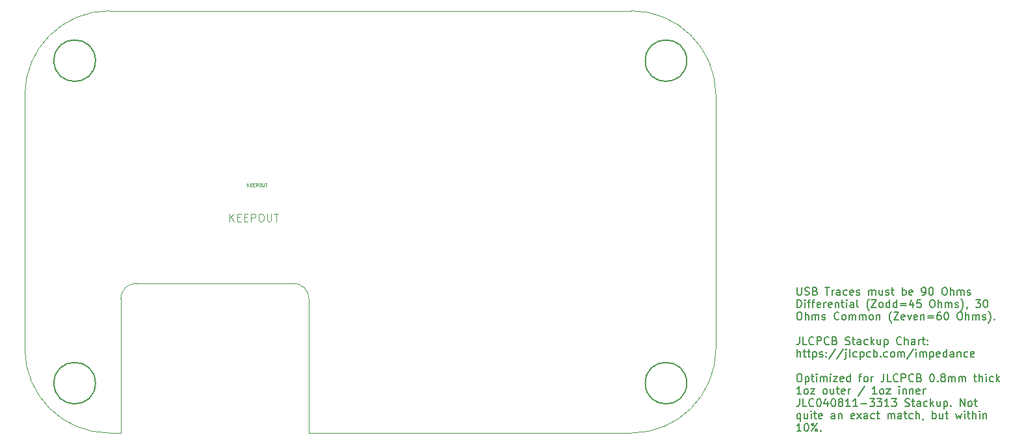
<source format=gbr>
%TF.GenerationSoftware,KiCad,Pcbnew,8.0.6+1*%
%TF.CreationDate,2025-01-07T07:54:15+00:00*%
%TF.ProjectId,gshps,67736870-732e-46b6-9963-61645f706362,B*%
%TF.SameCoordinates,Original*%
%TF.FileFunction,Other,Comment*%
%FSLAX45Y45*%
G04 Gerber Fmt 4.5, Leading zero omitted, Abs format (unit mm)*
G04 Created by KiCad (PCBNEW 8.0.6+1) date 2025-01-07 07:54:15*
%MOMM*%
%LPD*%
G01*
G04 APERTURE LIST*
%TA.AperFunction,Profile*%
%ADD10C,0.100000*%
%TD*%
%ADD11C,0.150000*%
%ADD12C,0.100000*%
%ADD13C,0.060000*%
G04 APERTURE END LIST*
D10*
X4300000Y-5900000D02*
X6350000Y-5900000D01*
X10750000Y-2350000D02*
G75*
G02*
X11850000Y-3450000I0J-1100000D01*
G01*
X11850000Y-6750000D02*
G75*
G02*
X10750000Y-7850000I-1100000J0D01*
G01*
X3950000Y-7850000D02*
G75*
G02*
X2850000Y-6750000I0J1100000D01*
G01*
X4100000Y-7850000D02*
X4100000Y-6100000D01*
X4100000Y-6100000D02*
G75*
G02*
X4300000Y-5900000I200000J0D01*
G01*
X10750000Y-7850000D02*
X6550000Y-7850000D01*
X3950000Y-2350000D02*
X10750000Y-2350000D01*
X4100000Y-7850000D02*
X3950000Y-7850000D01*
X2850000Y-6750000D02*
X2850000Y-3450000D01*
X6550000Y-7850000D02*
X6550000Y-6100000D01*
X2850000Y-3450000D02*
G75*
G02*
X3950000Y-2350000I1100000J0D01*
G01*
X6350000Y-5900000D02*
G75*
G02*
X6550000Y-6100000I0J-200000D01*
G01*
X11850000Y-3450000D02*
X11850000Y-6750000D01*
D11*
X12908678Y-5953982D02*
X12908678Y-6034934D01*
X12908678Y-6034934D02*
X12913440Y-6044458D01*
X12913440Y-6044458D02*
X12918202Y-6049220D01*
X12918202Y-6049220D02*
X12927725Y-6053982D01*
X12927725Y-6053982D02*
X12946773Y-6053982D01*
X12946773Y-6053982D02*
X12956297Y-6049220D01*
X12956297Y-6049220D02*
X12961059Y-6044458D01*
X12961059Y-6044458D02*
X12965821Y-6034934D01*
X12965821Y-6034934D02*
X12965821Y-5953982D01*
X13008678Y-6049220D02*
X13022963Y-6053982D01*
X13022963Y-6053982D02*
X13046773Y-6053982D01*
X13046773Y-6053982D02*
X13056297Y-6049220D01*
X13056297Y-6049220D02*
X13061059Y-6044458D01*
X13061059Y-6044458D02*
X13065821Y-6034934D01*
X13065821Y-6034934D02*
X13065821Y-6025410D01*
X13065821Y-6025410D02*
X13061059Y-6015886D01*
X13061059Y-6015886D02*
X13056297Y-6011125D01*
X13056297Y-6011125D02*
X13046773Y-6006363D01*
X13046773Y-6006363D02*
X13027725Y-6001601D01*
X13027725Y-6001601D02*
X13018202Y-5996839D01*
X13018202Y-5996839D02*
X13013440Y-5992077D01*
X13013440Y-5992077D02*
X13008678Y-5982553D01*
X13008678Y-5982553D02*
X13008678Y-5973029D01*
X13008678Y-5973029D02*
X13013440Y-5963506D01*
X13013440Y-5963506D02*
X13018202Y-5958744D01*
X13018202Y-5958744D02*
X13027725Y-5953982D01*
X13027725Y-5953982D02*
X13051535Y-5953982D01*
X13051535Y-5953982D02*
X13065821Y-5958744D01*
X13142011Y-6001601D02*
X13156297Y-6006363D01*
X13156297Y-6006363D02*
X13161059Y-6011125D01*
X13161059Y-6011125D02*
X13165821Y-6020648D01*
X13165821Y-6020648D02*
X13165821Y-6034934D01*
X13165821Y-6034934D02*
X13161059Y-6044458D01*
X13161059Y-6044458D02*
X13156297Y-6049220D01*
X13156297Y-6049220D02*
X13146773Y-6053982D01*
X13146773Y-6053982D02*
X13108678Y-6053982D01*
X13108678Y-6053982D02*
X13108678Y-5953982D01*
X13108678Y-5953982D02*
X13142011Y-5953982D01*
X13142011Y-5953982D02*
X13151535Y-5958744D01*
X13151535Y-5958744D02*
X13156297Y-5963506D01*
X13156297Y-5963506D02*
X13161059Y-5973029D01*
X13161059Y-5973029D02*
X13161059Y-5982553D01*
X13161059Y-5982553D02*
X13156297Y-5992077D01*
X13156297Y-5992077D02*
X13151535Y-5996839D01*
X13151535Y-5996839D02*
X13142011Y-6001601D01*
X13142011Y-6001601D02*
X13108678Y-6001601D01*
X13270583Y-5953982D02*
X13327725Y-5953982D01*
X13299154Y-6053982D02*
X13299154Y-5953982D01*
X13361059Y-6053982D02*
X13361059Y-5987315D01*
X13361059Y-6006363D02*
X13365821Y-5996839D01*
X13365821Y-5996839D02*
X13370583Y-5992077D01*
X13370583Y-5992077D02*
X13380106Y-5987315D01*
X13380106Y-5987315D02*
X13389630Y-5987315D01*
X13465821Y-6053982D02*
X13465821Y-6001601D01*
X13465821Y-6001601D02*
X13461059Y-5992077D01*
X13461059Y-5992077D02*
X13451535Y-5987315D01*
X13451535Y-5987315D02*
X13432487Y-5987315D01*
X13432487Y-5987315D02*
X13422964Y-5992077D01*
X13465821Y-6049220D02*
X13456297Y-6053982D01*
X13456297Y-6053982D02*
X13432487Y-6053982D01*
X13432487Y-6053982D02*
X13422964Y-6049220D01*
X13422964Y-6049220D02*
X13418202Y-6039696D01*
X13418202Y-6039696D02*
X13418202Y-6030172D01*
X13418202Y-6030172D02*
X13422964Y-6020648D01*
X13422964Y-6020648D02*
X13432487Y-6015886D01*
X13432487Y-6015886D02*
X13456297Y-6015886D01*
X13456297Y-6015886D02*
X13465821Y-6011125D01*
X13556297Y-6049220D02*
X13546773Y-6053982D01*
X13546773Y-6053982D02*
X13527725Y-6053982D01*
X13527725Y-6053982D02*
X13518202Y-6049220D01*
X13518202Y-6049220D02*
X13513440Y-6044458D01*
X13513440Y-6044458D02*
X13508678Y-6034934D01*
X13508678Y-6034934D02*
X13508678Y-6006363D01*
X13508678Y-6006363D02*
X13513440Y-5996839D01*
X13513440Y-5996839D02*
X13518202Y-5992077D01*
X13518202Y-5992077D02*
X13527725Y-5987315D01*
X13527725Y-5987315D02*
X13546773Y-5987315D01*
X13546773Y-5987315D02*
X13556297Y-5992077D01*
X13637249Y-6049220D02*
X13627725Y-6053982D01*
X13627725Y-6053982D02*
X13608678Y-6053982D01*
X13608678Y-6053982D02*
X13599154Y-6049220D01*
X13599154Y-6049220D02*
X13594392Y-6039696D01*
X13594392Y-6039696D02*
X13594392Y-6001601D01*
X13594392Y-6001601D02*
X13599154Y-5992077D01*
X13599154Y-5992077D02*
X13608678Y-5987315D01*
X13608678Y-5987315D02*
X13627725Y-5987315D01*
X13627725Y-5987315D02*
X13637249Y-5992077D01*
X13637249Y-5992077D02*
X13642011Y-6001601D01*
X13642011Y-6001601D02*
X13642011Y-6011125D01*
X13642011Y-6011125D02*
X13594392Y-6020648D01*
X13680106Y-6049220D02*
X13689630Y-6053982D01*
X13689630Y-6053982D02*
X13708678Y-6053982D01*
X13708678Y-6053982D02*
X13718202Y-6049220D01*
X13718202Y-6049220D02*
X13722964Y-6039696D01*
X13722964Y-6039696D02*
X13722964Y-6034934D01*
X13722964Y-6034934D02*
X13718202Y-6025410D01*
X13718202Y-6025410D02*
X13708678Y-6020648D01*
X13708678Y-6020648D02*
X13694392Y-6020648D01*
X13694392Y-6020648D02*
X13684868Y-6015886D01*
X13684868Y-6015886D02*
X13680106Y-6006363D01*
X13680106Y-6006363D02*
X13680106Y-6001601D01*
X13680106Y-6001601D02*
X13684868Y-5992077D01*
X13684868Y-5992077D02*
X13694392Y-5987315D01*
X13694392Y-5987315D02*
X13708678Y-5987315D01*
X13708678Y-5987315D02*
X13718202Y-5992077D01*
X13842011Y-6053982D02*
X13842011Y-5987315D01*
X13842011Y-5996839D02*
X13846773Y-5992077D01*
X13846773Y-5992077D02*
X13856297Y-5987315D01*
X13856297Y-5987315D02*
X13870583Y-5987315D01*
X13870583Y-5987315D02*
X13880106Y-5992077D01*
X13880106Y-5992077D02*
X13884868Y-6001601D01*
X13884868Y-6001601D02*
X13884868Y-6053982D01*
X13884868Y-6001601D02*
X13889630Y-5992077D01*
X13889630Y-5992077D02*
X13899154Y-5987315D01*
X13899154Y-5987315D02*
X13913440Y-5987315D01*
X13913440Y-5987315D02*
X13922964Y-5992077D01*
X13922964Y-5992077D02*
X13927726Y-6001601D01*
X13927726Y-6001601D02*
X13927726Y-6053982D01*
X14018202Y-5987315D02*
X14018202Y-6053982D01*
X13975345Y-5987315D02*
X13975345Y-6039696D01*
X13975345Y-6039696D02*
X13980106Y-6049220D01*
X13980106Y-6049220D02*
X13989630Y-6053982D01*
X13989630Y-6053982D02*
X14003916Y-6053982D01*
X14003916Y-6053982D02*
X14013440Y-6049220D01*
X14013440Y-6049220D02*
X14018202Y-6044458D01*
X14061059Y-6049220D02*
X14070583Y-6053982D01*
X14070583Y-6053982D02*
X14089630Y-6053982D01*
X14089630Y-6053982D02*
X14099154Y-6049220D01*
X14099154Y-6049220D02*
X14103916Y-6039696D01*
X14103916Y-6039696D02*
X14103916Y-6034934D01*
X14103916Y-6034934D02*
X14099154Y-6025410D01*
X14099154Y-6025410D02*
X14089630Y-6020648D01*
X14089630Y-6020648D02*
X14075345Y-6020648D01*
X14075345Y-6020648D02*
X14065821Y-6015886D01*
X14065821Y-6015886D02*
X14061059Y-6006363D01*
X14061059Y-6006363D02*
X14061059Y-6001601D01*
X14061059Y-6001601D02*
X14065821Y-5992077D01*
X14065821Y-5992077D02*
X14075345Y-5987315D01*
X14075345Y-5987315D02*
X14089630Y-5987315D01*
X14089630Y-5987315D02*
X14099154Y-5992077D01*
X14132487Y-5987315D02*
X14170583Y-5987315D01*
X14146773Y-5953982D02*
X14146773Y-6039696D01*
X14146773Y-6039696D02*
X14151535Y-6049220D01*
X14151535Y-6049220D02*
X14161059Y-6053982D01*
X14161059Y-6053982D02*
X14170583Y-6053982D01*
X14280107Y-6053982D02*
X14280107Y-5953982D01*
X14280107Y-5992077D02*
X14289630Y-5987315D01*
X14289630Y-5987315D02*
X14308678Y-5987315D01*
X14308678Y-5987315D02*
X14318202Y-5992077D01*
X14318202Y-5992077D02*
X14322964Y-5996839D01*
X14322964Y-5996839D02*
X14327726Y-6006363D01*
X14327726Y-6006363D02*
X14327726Y-6034934D01*
X14327726Y-6034934D02*
X14322964Y-6044458D01*
X14322964Y-6044458D02*
X14318202Y-6049220D01*
X14318202Y-6049220D02*
X14308678Y-6053982D01*
X14308678Y-6053982D02*
X14289630Y-6053982D01*
X14289630Y-6053982D02*
X14280107Y-6049220D01*
X14408678Y-6049220D02*
X14399154Y-6053982D01*
X14399154Y-6053982D02*
X14380107Y-6053982D01*
X14380107Y-6053982D02*
X14370583Y-6049220D01*
X14370583Y-6049220D02*
X14365821Y-6039696D01*
X14365821Y-6039696D02*
X14365821Y-6001601D01*
X14365821Y-6001601D02*
X14370583Y-5992077D01*
X14370583Y-5992077D02*
X14380107Y-5987315D01*
X14380107Y-5987315D02*
X14399154Y-5987315D01*
X14399154Y-5987315D02*
X14408678Y-5992077D01*
X14408678Y-5992077D02*
X14413440Y-6001601D01*
X14413440Y-6001601D02*
X14413440Y-6011125D01*
X14413440Y-6011125D02*
X14365821Y-6020648D01*
X14537249Y-6053982D02*
X14556297Y-6053982D01*
X14556297Y-6053982D02*
X14565821Y-6049220D01*
X14565821Y-6049220D02*
X14570583Y-6044458D01*
X14570583Y-6044458D02*
X14580107Y-6030172D01*
X14580107Y-6030172D02*
X14584868Y-6011125D01*
X14584868Y-6011125D02*
X14584868Y-5973029D01*
X14584868Y-5973029D02*
X14580107Y-5963506D01*
X14580107Y-5963506D02*
X14575345Y-5958744D01*
X14575345Y-5958744D02*
X14565821Y-5953982D01*
X14565821Y-5953982D02*
X14546773Y-5953982D01*
X14546773Y-5953982D02*
X14537249Y-5958744D01*
X14537249Y-5958744D02*
X14532488Y-5963506D01*
X14532488Y-5963506D02*
X14527726Y-5973029D01*
X14527726Y-5973029D02*
X14527726Y-5996839D01*
X14527726Y-5996839D02*
X14532488Y-6006363D01*
X14532488Y-6006363D02*
X14537249Y-6011125D01*
X14537249Y-6011125D02*
X14546773Y-6015886D01*
X14546773Y-6015886D02*
X14565821Y-6015886D01*
X14565821Y-6015886D02*
X14575345Y-6011125D01*
X14575345Y-6011125D02*
X14580107Y-6006363D01*
X14580107Y-6006363D02*
X14584868Y-5996839D01*
X14646773Y-5953982D02*
X14656297Y-5953982D01*
X14656297Y-5953982D02*
X14665821Y-5958744D01*
X14665821Y-5958744D02*
X14670583Y-5963506D01*
X14670583Y-5963506D02*
X14675345Y-5973029D01*
X14675345Y-5973029D02*
X14680107Y-5992077D01*
X14680107Y-5992077D02*
X14680107Y-6015886D01*
X14680107Y-6015886D02*
X14675345Y-6034934D01*
X14675345Y-6034934D02*
X14670583Y-6044458D01*
X14670583Y-6044458D02*
X14665821Y-6049220D01*
X14665821Y-6049220D02*
X14656297Y-6053982D01*
X14656297Y-6053982D02*
X14646773Y-6053982D01*
X14646773Y-6053982D02*
X14637249Y-6049220D01*
X14637249Y-6049220D02*
X14632488Y-6044458D01*
X14632488Y-6044458D02*
X14627726Y-6034934D01*
X14627726Y-6034934D02*
X14622964Y-6015886D01*
X14622964Y-6015886D02*
X14622964Y-5992077D01*
X14622964Y-5992077D02*
X14627726Y-5973029D01*
X14627726Y-5973029D02*
X14632488Y-5963506D01*
X14632488Y-5963506D02*
X14637249Y-5958744D01*
X14637249Y-5958744D02*
X14646773Y-5953982D01*
X14818202Y-5953982D02*
X14837249Y-5953982D01*
X14837249Y-5953982D02*
X14846773Y-5958744D01*
X14846773Y-5958744D02*
X14856297Y-5968267D01*
X14856297Y-5968267D02*
X14861059Y-5987315D01*
X14861059Y-5987315D02*
X14861059Y-6020648D01*
X14861059Y-6020648D02*
X14856297Y-6039696D01*
X14856297Y-6039696D02*
X14846773Y-6049220D01*
X14846773Y-6049220D02*
X14837249Y-6053982D01*
X14837249Y-6053982D02*
X14818202Y-6053982D01*
X14818202Y-6053982D02*
X14808678Y-6049220D01*
X14808678Y-6049220D02*
X14799154Y-6039696D01*
X14799154Y-6039696D02*
X14794392Y-6020648D01*
X14794392Y-6020648D02*
X14794392Y-5987315D01*
X14794392Y-5987315D02*
X14799154Y-5968267D01*
X14799154Y-5968267D02*
X14808678Y-5958744D01*
X14808678Y-5958744D02*
X14818202Y-5953982D01*
X14903916Y-6053982D02*
X14903916Y-5953982D01*
X14946773Y-6053982D02*
X14946773Y-6001601D01*
X14946773Y-6001601D02*
X14942011Y-5992077D01*
X14942011Y-5992077D02*
X14932488Y-5987315D01*
X14932488Y-5987315D02*
X14918202Y-5987315D01*
X14918202Y-5987315D02*
X14908678Y-5992077D01*
X14908678Y-5992077D02*
X14903916Y-5996839D01*
X14994392Y-6053982D02*
X14994392Y-5987315D01*
X14994392Y-5996839D02*
X14999154Y-5992077D01*
X14999154Y-5992077D02*
X15008678Y-5987315D01*
X15008678Y-5987315D02*
X15022964Y-5987315D01*
X15022964Y-5987315D02*
X15032488Y-5992077D01*
X15032488Y-5992077D02*
X15037249Y-6001601D01*
X15037249Y-6001601D02*
X15037249Y-6053982D01*
X15037249Y-6001601D02*
X15042011Y-5992077D01*
X15042011Y-5992077D02*
X15051535Y-5987315D01*
X15051535Y-5987315D02*
X15065821Y-5987315D01*
X15065821Y-5987315D02*
X15075345Y-5992077D01*
X15075345Y-5992077D02*
X15080107Y-6001601D01*
X15080107Y-6001601D02*
X15080107Y-6053982D01*
X15122964Y-6049220D02*
X15132488Y-6053982D01*
X15132488Y-6053982D02*
X15151535Y-6053982D01*
X15151535Y-6053982D02*
X15161059Y-6049220D01*
X15161059Y-6049220D02*
X15165821Y-6039696D01*
X15165821Y-6039696D02*
X15165821Y-6034934D01*
X15165821Y-6034934D02*
X15161059Y-6025410D01*
X15161059Y-6025410D02*
X15151535Y-6020648D01*
X15151535Y-6020648D02*
X15137249Y-6020648D01*
X15137249Y-6020648D02*
X15127726Y-6015886D01*
X15127726Y-6015886D02*
X15122964Y-6006363D01*
X15122964Y-6006363D02*
X15122964Y-6001601D01*
X15122964Y-6001601D02*
X15127726Y-5992077D01*
X15127726Y-5992077D02*
X15137249Y-5987315D01*
X15137249Y-5987315D02*
X15151535Y-5987315D01*
X15151535Y-5987315D02*
X15161059Y-5992077D01*
X12908678Y-6214976D02*
X12908678Y-6114976D01*
X12908678Y-6114976D02*
X12932487Y-6114976D01*
X12932487Y-6114976D02*
X12946773Y-6119738D01*
X12946773Y-6119738D02*
X12956297Y-6129262D01*
X12956297Y-6129262D02*
X12961059Y-6138786D01*
X12961059Y-6138786D02*
X12965821Y-6157833D01*
X12965821Y-6157833D02*
X12965821Y-6172119D01*
X12965821Y-6172119D02*
X12961059Y-6191167D01*
X12961059Y-6191167D02*
X12956297Y-6200690D01*
X12956297Y-6200690D02*
X12946773Y-6210214D01*
X12946773Y-6210214D02*
X12932487Y-6214976D01*
X12932487Y-6214976D02*
X12908678Y-6214976D01*
X13008678Y-6214976D02*
X13008678Y-6148309D01*
X13008678Y-6114976D02*
X13003916Y-6119738D01*
X13003916Y-6119738D02*
X13008678Y-6124500D01*
X13008678Y-6124500D02*
X13013440Y-6119738D01*
X13013440Y-6119738D02*
X13008678Y-6114976D01*
X13008678Y-6114976D02*
X13008678Y-6124500D01*
X13042011Y-6148309D02*
X13080106Y-6148309D01*
X13056297Y-6214976D02*
X13056297Y-6129262D01*
X13056297Y-6129262D02*
X13061059Y-6119738D01*
X13061059Y-6119738D02*
X13070582Y-6114976D01*
X13070582Y-6114976D02*
X13080106Y-6114976D01*
X13099154Y-6148309D02*
X13137249Y-6148309D01*
X13113440Y-6214976D02*
X13113440Y-6129262D01*
X13113440Y-6129262D02*
X13118202Y-6119738D01*
X13118202Y-6119738D02*
X13127725Y-6114976D01*
X13127725Y-6114976D02*
X13137249Y-6114976D01*
X13208678Y-6210214D02*
X13199154Y-6214976D01*
X13199154Y-6214976D02*
X13180106Y-6214976D01*
X13180106Y-6214976D02*
X13170583Y-6210214D01*
X13170583Y-6210214D02*
X13165821Y-6200690D01*
X13165821Y-6200690D02*
X13165821Y-6162595D01*
X13165821Y-6162595D02*
X13170583Y-6153071D01*
X13170583Y-6153071D02*
X13180106Y-6148309D01*
X13180106Y-6148309D02*
X13199154Y-6148309D01*
X13199154Y-6148309D02*
X13208678Y-6153071D01*
X13208678Y-6153071D02*
X13213440Y-6162595D01*
X13213440Y-6162595D02*
X13213440Y-6172119D01*
X13213440Y-6172119D02*
X13165821Y-6181643D01*
X13256297Y-6214976D02*
X13256297Y-6148309D01*
X13256297Y-6167357D02*
X13261059Y-6157833D01*
X13261059Y-6157833D02*
X13265821Y-6153071D01*
X13265821Y-6153071D02*
X13275344Y-6148309D01*
X13275344Y-6148309D02*
X13284868Y-6148309D01*
X13356297Y-6210214D02*
X13346773Y-6214976D01*
X13346773Y-6214976D02*
X13327725Y-6214976D01*
X13327725Y-6214976D02*
X13318202Y-6210214D01*
X13318202Y-6210214D02*
X13313440Y-6200690D01*
X13313440Y-6200690D02*
X13313440Y-6162595D01*
X13313440Y-6162595D02*
X13318202Y-6153071D01*
X13318202Y-6153071D02*
X13327725Y-6148309D01*
X13327725Y-6148309D02*
X13346773Y-6148309D01*
X13346773Y-6148309D02*
X13356297Y-6153071D01*
X13356297Y-6153071D02*
X13361059Y-6162595D01*
X13361059Y-6162595D02*
X13361059Y-6172119D01*
X13361059Y-6172119D02*
X13313440Y-6181643D01*
X13403916Y-6148309D02*
X13403916Y-6214976D01*
X13403916Y-6157833D02*
X13408678Y-6153071D01*
X13408678Y-6153071D02*
X13418202Y-6148309D01*
X13418202Y-6148309D02*
X13432487Y-6148309D01*
X13432487Y-6148309D02*
X13442011Y-6153071D01*
X13442011Y-6153071D02*
X13446773Y-6162595D01*
X13446773Y-6162595D02*
X13446773Y-6214976D01*
X13480106Y-6148309D02*
X13518202Y-6148309D01*
X13494392Y-6114976D02*
X13494392Y-6200690D01*
X13494392Y-6200690D02*
X13499154Y-6210214D01*
X13499154Y-6210214D02*
X13508678Y-6214976D01*
X13508678Y-6214976D02*
X13518202Y-6214976D01*
X13551535Y-6214976D02*
X13551535Y-6148309D01*
X13551535Y-6114976D02*
X13546773Y-6119738D01*
X13546773Y-6119738D02*
X13551535Y-6124500D01*
X13551535Y-6124500D02*
X13556297Y-6119738D01*
X13556297Y-6119738D02*
X13551535Y-6114976D01*
X13551535Y-6114976D02*
X13551535Y-6124500D01*
X13642011Y-6214976D02*
X13642011Y-6162595D01*
X13642011Y-6162595D02*
X13637249Y-6153071D01*
X13637249Y-6153071D02*
X13627725Y-6148309D01*
X13627725Y-6148309D02*
X13608678Y-6148309D01*
X13608678Y-6148309D02*
X13599154Y-6153071D01*
X13642011Y-6210214D02*
X13632487Y-6214976D01*
X13632487Y-6214976D02*
X13608678Y-6214976D01*
X13608678Y-6214976D02*
X13599154Y-6210214D01*
X13599154Y-6210214D02*
X13594392Y-6200690D01*
X13594392Y-6200690D02*
X13594392Y-6191167D01*
X13594392Y-6191167D02*
X13599154Y-6181643D01*
X13599154Y-6181643D02*
X13608678Y-6176881D01*
X13608678Y-6176881D02*
X13632487Y-6176881D01*
X13632487Y-6176881D02*
X13642011Y-6172119D01*
X13703916Y-6214976D02*
X13694392Y-6210214D01*
X13694392Y-6210214D02*
X13689630Y-6200690D01*
X13689630Y-6200690D02*
X13689630Y-6114976D01*
X13846773Y-6253071D02*
X13842011Y-6248309D01*
X13842011Y-6248309D02*
X13832487Y-6234024D01*
X13832487Y-6234024D02*
X13827726Y-6224500D01*
X13827726Y-6224500D02*
X13822964Y-6210214D01*
X13822964Y-6210214D02*
X13818202Y-6186405D01*
X13818202Y-6186405D02*
X13818202Y-6167357D01*
X13818202Y-6167357D02*
X13822964Y-6143548D01*
X13822964Y-6143548D02*
X13827726Y-6129262D01*
X13827726Y-6129262D02*
X13832487Y-6119738D01*
X13832487Y-6119738D02*
X13842011Y-6105452D01*
X13842011Y-6105452D02*
X13846773Y-6100690D01*
X13875345Y-6114976D02*
X13942011Y-6114976D01*
X13942011Y-6114976D02*
X13875345Y-6214976D01*
X13875345Y-6214976D02*
X13942011Y-6214976D01*
X13994392Y-6214976D02*
X13984868Y-6210214D01*
X13984868Y-6210214D02*
X13980107Y-6205452D01*
X13980107Y-6205452D02*
X13975345Y-6195928D01*
X13975345Y-6195928D02*
X13975345Y-6167357D01*
X13975345Y-6167357D02*
X13980107Y-6157833D01*
X13980107Y-6157833D02*
X13984868Y-6153071D01*
X13984868Y-6153071D02*
X13994392Y-6148309D01*
X13994392Y-6148309D02*
X14008678Y-6148309D01*
X14008678Y-6148309D02*
X14018202Y-6153071D01*
X14018202Y-6153071D02*
X14022964Y-6157833D01*
X14022964Y-6157833D02*
X14027726Y-6167357D01*
X14027726Y-6167357D02*
X14027726Y-6195928D01*
X14027726Y-6195928D02*
X14022964Y-6205452D01*
X14022964Y-6205452D02*
X14018202Y-6210214D01*
X14018202Y-6210214D02*
X14008678Y-6214976D01*
X14008678Y-6214976D02*
X13994392Y-6214976D01*
X14113440Y-6214976D02*
X14113440Y-6114976D01*
X14113440Y-6210214D02*
X14103916Y-6214976D01*
X14103916Y-6214976D02*
X14084868Y-6214976D01*
X14084868Y-6214976D02*
X14075345Y-6210214D01*
X14075345Y-6210214D02*
X14070583Y-6205452D01*
X14070583Y-6205452D02*
X14065821Y-6195928D01*
X14065821Y-6195928D02*
X14065821Y-6167357D01*
X14065821Y-6167357D02*
X14070583Y-6157833D01*
X14070583Y-6157833D02*
X14075345Y-6153071D01*
X14075345Y-6153071D02*
X14084868Y-6148309D01*
X14084868Y-6148309D02*
X14103916Y-6148309D01*
X14103916Y-6148309D02*
X14113440Y-6153071D01*
X14203916Y-6214976D02*
X14203916Y-6114976D01*
X14203916Y-6210214D02*
X14194392Y-6214976D01*
X14194392Y-6214976D02*
X14175345Y-6214976D01*
X14175345Y-6214976D02*
X14165821Y-6210214D01*
X14165821Y-6210214D02*
X14161059Y-6205452D01*
X14161059Y-6205452D02*
X14156297Y-6195928D01*
X14156297Y-6195928D02*
X14156297Y-6167357D01*
X14156297Y-6167357D02*
X14161059Y-6157833D01*
X14161059Y-6157833D02*
X14165821Y-6153071D01*
X14165821Y-6153071D02*
X14175345Y-6148309D01*
X14175345Y-6148309D02*
X14194392Y-6148309D01*
X14194392Y-6148309D02*
X14203916Y-6153071D01*
X14251535Y-6162595D02*
X14327726Y-6162595D01*
X14327726Y-6191167D02*
X14251535Y-6191167D01*
X14418202Y-6148309D02*
X14418202Y-6214976D01*
X14394392Y-6110214D02*
X14370583Y-6181643D01*
X14370583Y-6181643D02*
X14432487Y-6181643D01*
X14518202Y-6114976D02*
X14470583Y-6114976D01*
X14470583Y-6114976D02*
X14465821Y-6162595D01*
X14465821Y-6162595D02*
X14470583Y-6157833D01*
X14470583Y-6157833D02*
X14480107Y-6153071D01*
X14480107Y-6153071D02*
X14503916Y-6153071D01*
X14503916Y-6153071D02*
X14513440Y-6157833D01*
X14513440Y-6157833D02*
X14518202Y-6162595D01*
X14518202Y-6162595D02*
X14522964Y-6172119D01*
X14522964Y-6172119D02*
X14522964Y-6195928D01*
X14522964Y-6195928D02*
X14518202Y-6205452D01*
X14518202Y-6205452D02*
X14513440Y-6210214D01*
X14513440Y-6210214D02*
X14503916Y-6214976D01*
X14503916Y-6214976D02*
X14480107Y-6214976D01*
X14480107Y-6214976D02*
X14470583Y-6210214D01*
X14470583Y-6210214D02*
X14465821Y-6205452D01*
X14661059Y-6114976D02*
X14680107Y-6114976D01*
X14680107Y-6114976D02*
X14689630Y-6119738D01*
X14689630Y-6119738D02*
X14699154Y-6129262D01*
X14699154Y-6129262D02*
X14703916Y-6148309D01*
X14703916Y-6148309D02*
X14703916Y-6181643D01*
X14703916Y-6181643D02*
X14699154Y-6200690D01*
X14699154Y-6200690D02*
X14689630Y-6210214D01*
X14689630Y-6210214D02*
X14680107Y-6214976D01*
X14680107Y-6214976D02*
X14661059Y-6214976D01*
X14661059Y-6214976D02*
X14651535Y-6210214D01*
X14651535Y-6210214D02*
X14642011Y-6200690D01*
X14642011Y-6200690D02*
X14637249Y-6181643D01*
X14637249Y-6181643D02*
X14637249Y-6148309D01*
X14637249Y-6148309D02*
X14642011Y-6129262D01*
X14642011Y-6129262D02*
X14651535Y-6119738D01*
X14651535Y-6119738D02*
X14661059Y-6114976D01*
X14746773Y-6214976D02*
X14746773Y-6114976D01*
X14789630Y-6214976D02*
X14789630Y-6162595D01*
X14789630Y-6162595D02*
X14784868Y-6153071D01*
X14784868Y-6153071D02*
X14775345Y-6148309D01*
X14775345Y-6148309D02*
X14761059Y-6148309D01*
X14761059Y-6148309D02*
X14751535Y-6153071D01*
X14751535Y-6153071D02*
X14746773Y-6157833D01*
X14837249Y-6214976D02*
X14837249Y-6148309D01*
X14837249Y-6157833D02*
X14842011Y-6153071D01*
X14842011Y-6153071D02*
X14851535Y-6148309D01*
X14851535Y-6148309D02*
X14865821Y-6148309D01*
X14865821Y-6148309D02*
X14875345Y-6153071D01*
X14875345Y-6153071D02*
X14880107Y-6162595D01*
X14880107Y-6162595D02*
X14880107Y-6214976D01*
X14880107Y-6162595D02*
X14884868Y-6153071D01*
X14884868Y-6153071D02*
X14894392Y-6148309D01*
X14894392Y-6148309D02*
X14908678Y-6148309D01*
X14908678Y-6148309D02*
X14918202Y-6153071D01*
X14918202Y-6153071D02*
X14922964Y-6162595D01*
X14922964Y-6162595D02*
X14922964Y-6214976D01*
X14965821Y-6210214D02*
X14975345Y-6214976D01*
X14975345Y-6214976D02*
X14994392Y-6214976D01*
X14994392Y-6214976D02*
X15003916Y-6210214D01*
X15003916Y-6210214D02*
X15008678Y-6200690D01*
X15008678Y-6200690D02*
X15008678Y-6195928D01*
X15008678Y-6195928D02*
X15003916Y-6186405D01*
X15003916Y-6186405D02*
X14994392Y-6181643D01*
X14994392Y-6181643D02*
X14980107Y-6181643D01*
X14980107Y-6181643D02*
X14970583Y-6176881D01*
X14970583Y-6176881D02*
X14965821Y-6167357D01*
X14965821Y-6167357D02*
X14965821Y-6162595D01*
X14965821Y-6162595D02*
X14970583Y-6153071D01*
X14970583Y-6153071D02*
X14980107Y-6148309D01*
X14980107Y-6148309D02*
X14994392Y-6148309D01*
X14994392Y-6148309D02*
X15003916Y-6153071D01*
X15042011Y-6253071D02*
X15046773Y-6248309D01*
X15046773Y-6248309D02*
X15056297Y-6234024D01*
X15056297Y-6234024D02*
X15061059Y-6224500D01*
X15061059Y-6224500D02*
X15065821Y-6210214D01*
X15065821Y-6210214D02*
X15070583Y-6186405D01*
X15070583Y-6186405D02*
X15070583Y-6167357D01*
X15070583Y-6167357D02*
X15065821Y-6143548D01*
X15065821Y-6143548D02*
X15061059Y-6129262D01*
X15061059Y-6129262D02*
X15056297Y-6119738D01*
X15056297Y-6119738D02*
X15046773Y-6105452D01*
X15046773Y-6105452D02*
X15042011Y-6100690D01*
X15122964Y-6210214D02*
X15122964Y-6214976D01*
X15122964Y-6214976D02*
X15118202Y-6224500D01*
X15118202Y-6224500D02*
X15113440Y-6229262D01*
X15232488Y-6114976D02*
X15294392Y-6114976D01*
X15294392Y-6114976D02*
X15261059Y-6153071D01*
X15261059Y-6153071D02*
X15275345Y-6153071D01*
X15275345Y-6153071D02*
X15284868Y-6157833D01*
X15284868Y-6157833D02*
X15289630Y-6162595D01*
X15289630Y-6162595D02*
X15294392Y-6172119D01*
X15294392Y-6172119D02*
X15294392Y-6195928D01*
X15294392Y-6195928D02*
X15289630Y-6205452D01*
X15289630Y-6205452D02*
X15284868Y-6210214D01*
X15284868Y-6210214D02*
X15275345Y-6214976D01*
X15275345Y-6214976D02*
X15246773Y-6214976D01*
X15246773Y-6214976D02*
X15237249Y-6210214D01*
X15237249Y-6210214D02*
X15232488Y-6205452D01*
X15356297Y-6114976D02*
X15365821Y-6114976D01*
X15365821Y-6114976D02*
X15375345Y-6119738D01*
X15375345Y-6119738D02*
X15380107Y-6124500D01*
X15380107Y-6124500D02*
X15384868Y-6134024D01*
X15384868Y-6134024D02*
X15389630Y-6153071D01*
X15389630Y-6153071D02*
X15389630Y-6176881D01*
X15389630Y-6176881D02*
X15384868Y-6195928D01*
X15384868Y-6195928D02*
X15380107Y-6205452D01*
X15380107Y-6205452D02*
X15375345Y-6210214D01*
X15375345Y-6210214D02*
X15365821Y-6214976D01*
X15365821Y-6214976D02*
X15356297Y-6214976D01*
X15356297Y-6214976D02*
X15346773Y-6210214D01*
X15346773Y-6210214D02*
X15342011Y-6205452D01*
X15342011Y-6205452D02*
X15337249Y-6195928D01*
X15337249Y-6195928D02*
X15332488Y-6176881D01*
X15332488Y-6176881D02*
X15332488Y-6153071D01*
X15332488Y-6153071D02*
X15337249Y-6134024D01*
X15337249Y-6134024D02*
X15342011Y-6124500D01*
X15342011Y-6124500D02*
X15346773Y-6119738D01*
X15346773Y-6119738D02*
X15356297Y-6114976D01*
X12927725Y-6275971D02*
X12946773Y-6275971D01*
X12946773Y-6275971D02*
X12956297Y-6280732D01*
X12956297Y-6280732D02*
X12965821Y-6290256D01*
X12965821Y-6290256D02*
X12970582Y-6309304D01*
X12970582Y-6309304D02*
X12970582Y-6342637D01*
X12970582Y-6342637D02*
X12965821Y-6361685D01*
X12965821Y-6361685D02*
X12956297Y-6371209D01*
X12956297Y-6371209D02*
X12946773Y-6375971D01*
X12946773Y-6375971D02*
X12927725Y-6375971D01*
X12927725Y-6375971D02*
X12918202Y-6371209D01*
X12918202Y-6371209D02*
X12908678Y-6361685D01*
X12908678Y-6361685D02*
X12903916Y-6342637D01*
X12903916Y-6342637D02*
X12903916Y-6309304D01*
X12903916Y-6309304D02*
X12908678Y-6290256D01*
X12908678Y-6290256D02*
X12918202Y-6280732D01*
X12918202Y-6280732D02*
X12927725Y-6275971D01*
X13013440Y-6375971D02*
X13013440Y-6275971D01*
X13056297Y-6375971D02*
X13056297Y-6323590D01*
X13056297Y-6323590D02*
X13051535Y-6314066D01*
X13051535Y-6314066D02*
X13042011Y-6309304D01*
X13042011Y-6309304D02*
X13027725Y-6309304D01*
X13027725Y-6309304D02*
X13018202Y-6314066D01*
X13018202Y-6314066D02*
X13013440Y-6318828D01*
X13103916Y-6375971D02*
X13103916Y-6309304D01*
X13103916Y-6318828D02*
X13108678Y-6314066D01*
X13108678Y-6314066D02*
X13118202Y-6309304D01*
X13118202Y-6309304D02*
X13132487Y-6309304D01*
X13132487Y-6309304D02*
X13142011Y-6314066D01*
X13142011Y-6314066D02*
X13146773Y-6323590D01*
X13146773Y-6323590D02*
X13146773Y-6375971D01*
X13146773Y-6323590D02*
X13151535Y-6314066D01*
X13151535Y-6314066D02*
X13161059Y-6309304D01*
X13161059Y-6309304D02*
X13175344Y-6309304D01*
X13175344Y-6309304D02*
X13184868Y-6314066D01*
X13184868Y-6314066D02*
X13189630Y-6323590D01*
X13189630Y-6323590D02*
X13189630Y-6375971D01*
X13232487Y-6371209D02*
X13242011Y-6375971D01*
X13242011Y-6375971D02*
X13261059Y-6375971D01*
X13261059Y-6375971D02*
X13270582Y-6371209D01*
X13270582Y-6371209D02*
X13275344Y-6361685D01*
X13275344Y-6361685D02*
X13275344Y-6356923D01*
X13275344Y-6356923D02*
X13270582Y-6347399D01*
X13270582Y-6347399D02*
X13261059Y-6342637D01*
X13261059Y-6342637D02*
X13246773Y-6342637D01*
X13246773Y-6342637D02*
X13237249Y-6337875D01*
X13237249Y-6337875D02*
X13232487Y-6328351D01*
X13232487Y-6328351D02*
X13232487Y-6323590D01*
X13232487Y-6323590D02*
X13237249Y-6314066D01*
X13237249Y-6314066D02*
X13246773Y-6309304D01*
X13246773Y-6309304D02*
X13261059Y-6309304D01*
X13261059Y-6309304D02*
X13270582Y-6314066D01*
X13451535Y-6366447D02*
X13446773Y-6371209D01*
X13446773Y-6371209D02*
X13432487Y-6375971D01*
X13432487Y-6375971D02*
X13422963Y-6375971D01*
X13422963Y-6375971D02*
X13408678Y-6371209D01*
X13408678Y-6371209D02*
X13399154Y-6361685D01*
X13399154Y-6361685D02*
X13394392Y-6352161D01*
X13394392Y-6352161D02*
X13389630Y-6333113D01*
X13389630Y-6333113D02*
X13389630Y-6318828D01*
X13389630Y-6318828D02*
X13394392Y-6299780D01*
X13394392Y-6299780D02*
X13399154Y-6290256D01*
X13399154Y-6290256D02*
X13408678Y-6280732D01*
X13408678Y-6280732D02*
X13422963Y-6275971D01*
X13422963Y-6275971D02*
X13432487Y-6275971D01*
X13432487Y-6275971D02*
X13446773Y-6280732D01*
X13446773Y-6280732D02*
X13451535Y-6285494D01*
X13508678Y-6375971D02*
X13499154Y-6371209D01*
X13499154Y-6371209D02*
X13494392Y-6366447D01*
X13494392Y-6366447D02*
X13489630Y-6356923D01*
X13489630Y-6356923D02*
X13489630Y-6328351D01*
X13489630Y-6328351D02*
X13494392Y-6318828D01*
X13494392Y-6318828D02*
X13499154Y-6314066D01*
X13499154Y-6314066D02*
X13508678Y-6309304D01*
X13508678Y-6309304D02*
X13522963Y-6309304D01*
X13522963Y-6309304D02*
X13532487Y-6314066D01*
X13532487Y-6314066D02*
X13537249Y-6318828D01*
X13537249Y-6318828D02*
X13542011Y-6328351D01*
X13542011Y-6328351D02*
X13542011Y-6356923D01*
X13542011Y-6356923D02*
X13537249Y-6366447D01*
X13537249Y-6366447D02*
X13532487Y-6371209D01*
X13532487Y-6371209D02*
X13522963Y-6375971D01*
X13522963Y-6375971D02*
X13508678Y-6375971D01*
X13584868Y-6375971D02*
X13584868Y-6309304D01*
X13584868Y-6318828D02*
X13589630Y-6314066D01*
X13589630Y-6314066D02*
X13599154Y-6309304D01*
X13599154Y-6309304D02*
X13613440Y-6309304D01*
X13613440Y-6309304D02*
X13622963Y-6314066D01*
X13622963Y-6314066D02*
X13627725Y-6323590D01*
X13627725Y-6323590D02*
X13627725Y-6375971D01*
X13627725Y-6323590D02*
X13632487Y-6314066D01*
X13632487Y-6314066D02*
X13642011Y-6309304D01*
X13642011Y-6309304D02*
X13656297Y-6309304D01*
X13656297Y-6309304D02*
X13665821Y-6314066D01*
X13665821Y-6314066D02*
X13670583Y-6323590D01*
X13670583Y-6323590D02*
X13670583Y-6375971D01*
X13718202Y-6375971D02*
X13718202Y-6309304D01*
X13718202Y-6318828D02*
X13722963Y-6314066D01*
X13722963Y-6314066D02*
X13732487Y-6309304D01*
X13732487Y-6309304D02*
X13746773Y-6309304D01*
X13746773Y-6309304D02*
X13756297Y-6314066D01*
X13756297Y-6314066D02*
X13761059Y-6323590D01*
X13761059Y-6323590D02*
X13761059Y-6375971D01*
X13761059Y-6323590D02*
X13765821Y-6314066D01*
X13765821Y-6314066D02*
X13775344Y-6309304D01*
X13775344Y-6309304D02*
X13789630Y-6309304D01*
X13789630Y-6309304D02*
X13799154Y-6314066D01*
X13799154Y-6314066D02*
X13803916Y-6323590D01*
X13803916Y-6323590D02*
X13803916Y-6375971D01*
X13865821Y-6375971D02*
X13856297Y-6371209D01*
X13856297Y-6371209D02*
X13851535Y-6366447D01*
X13851535Y-6366447D02*
X13846773Y-6356923D01*
X13846773Y-6356923D02*
X13846773Y-6328351D01*
X13846773Y-6328351D02*
X13851535Y-6318828D01*
X13851535Y-6318828D02*
X13856297Y-6314066D01*
X13856297Y-6314066D02*
X13865821Y-6309304D01*
X13865821Y-6309304D02*
X13880106Y-6309304D01*
X13880106Y-6309304D02*
X13889630Y-6314066D01*
X13889630Y-6314066D02*
X13894392Y-6318828D01*
X13894392Y-6318828D02*
X13899154Y-6328351D01*
X13899154Y-6328351D02*
X13899154Y-6356923D01*
X13899154Y-6356923D02*
X13894392Y-6366447D01*
X13894392Y-6366447D02*
X13889630Y-6371209D01*
X13889630Y-6371209D02*
X13880106Y-6375971D01*
X13880106Y-6375971D02*
X13865821Y-6375971D01*
X13942011Y-6309304D02*
X13942011Y-6375971D01*
X13942011Y-6318828D02*
X13946773Y-6314066D01*
X13946773Y-6314066D02*
X13956297Y-6309304D01*
X13956297Y-6309304D02*
X13970582Y-6309304D01*
X13970582Y-6309304D02*
X13980106Y-6314066D01*
X13980106Y-6314066D02*
X13984868Y-6323590D01*
X13984868Y-6323590D02*
X13984868Y-6375971D01*
X14137249Y-6414066D02*
X14132487Y-6409304D01*
X14132487Y-6409304D02*
X14122963Y-6395018D01*
X14122963Y-6395018D02*
X14118202Y-6385494D01*
X14118202Y-6385494D02*
X14113440Y-6371209D01*
X14113440Y-6371209D02*
X14108678Y-6347399D01*
X14108678Y-6347399D02*
X14108678Y-6328351D01*
X14108678Y-6328351D02*
X14113440Y-6304542D01*
X14113440Y-6304542D02*
X14118202Y-6290256D01*
X14118202Y-6290256D02*
X14122963Y-6280732D01*
X14122963Y-6280732D02*
X14132487Y-6266447D01*
X14132487Y-6266447D02*
X14137249Y-6261685D01*
X14165821Y-6275971D02*
X14232487Y-6275971D01*
X14232487Y-6275971D02*
X14165821Y-6375971D01*
X14165821Y-6375971D02*
X14232487Y-6375971D01*
X14308678Y-6371209D02*
X14299154Y-6375971D01*
X14299154Y-6375971D02*
X14280106Y-6375971D01*
X14280106Y-6375971D02*
X14270583Y-6371209D01*
X14270583Y-6371209D02*
X14265821Y-6361685D01*
X14265821Y-6361685D02*
X14265821Y-6323590D01*
X14265821Y-6323590D02*
X14270583Y-6314066D01*
X14270583Y-6314066D02*
X14280106Y-6309304D01*
X14280106Y-6309304D02*
X14299154Y-6309304D01*
X14299154Y-6309304D02*
X14308678Y-6314066D01*
X14308678Y-6314066D02*
X14313440Y-6323590D01*
X14313440Y-6323590D02*
X14313440Y-6333113D01*
X14313440Y-6333113D02*
X14265821Y-6342637D01*
X14346773Y-6309304D02*
X14370583Y-6375971D01*
X14370583Y-6375971D02*
X14394392Y-6309304D01*
X14470583Y-6371209D02*
X14461059Y-6375971D01*
X14461059Y-6375971D02*
X14442011Y-6375971D01*
X14442011Y-6375971D02*
X14432487Y-6371209D01*
X14432487Y-6371209D02*
X14427725Y-6361685D01*
X14427725Y-6361685D02*
X14427725Y-6323590D01*
X14427725Y-6323590D02*
X14432487Y-6314066D01*
X14432487Y-6314066D02*
X14442011Y-6309304D01*
X14442011Y-6309304D02*
X14461059Y-6309304D01*
X14461059Y-6309304D02*
X14470583Y-6314066D01*
X14470583Y-6314066D02*
X14475344Y-6323590D01*
X14475344Y-6323590D02*
X14475344Y-6333113D01*
X14475344Y-6333113D02*
X14427725Y-6342637D01*
X14518202Y-6309304D02*
X14518202Y-6375971D01*
X14518202Y-6318828D02*
X14522964Y-6314066D01*
X14522964Y-6314066D02*
X14532487Y-6309304D01*
X14532487Y-6309304D02*
X14546773Y-6309304D01*
X14546773Y-6309304D02*
X14556297Y-6314066D01*
X14556297Y-6314066D02*
X14561059Y-6323590D01*
X14561059Y-6323590D02*
X14561059Y-6375971D01*
X14608678Y-6323590D02*
X14684868Y-6323590D01*
X14684868Y-6352161D02*
X14608678Y-6352161D01*
X14775344Y-6275971D02*
X14756297Y-6275971D01*
X14756297Y-6275971D02*
X14746773Y-6280732D01*
X14746773Y-6280732D02*
X14742011Y-6285494D01*
X14742011Y-6285494D02*
X14732487Y-6299780D01*
X14732487Y-6299780D02*
X14727725Y-6318828D01*
X14727725Y-6318828D02*
X14727725Y-6356923D01*
X14727725Y-6356923D02*
X14732487Y-6366447D01*
X14732487Y-6366447D02*
X14737249Y-6371209D01*
X14737249Y-6371209D02*
X14746773Y-6375971D01*
X14746773Y-6375971D02*
X14765821Y-6375971D01*
X14765821Y-6375971D02*
X14775344Y-6371209D01*
X14775344Y-6371209D02*
X14780106Y-6366447D01*
X14780106Y-6366447D02*
X14784868Y-6356923D01*
X14784868Y-6356923D02*
X14784868Y-6333113D01*
X14784868Y-6333113D02*
X14780106Y-6323590D01*
X14780106Y-6323590D02*
X14775344Y-6318828D01*
X14775344Y-6318828D02*
X14765821Y-6314066D01*
X14765821Y-6314066D02*
X14746773Y-6314066D01*
X14746773Y-6314066D02*
X14737249Y-6318828D01*
X14737249Y-6318828D02*
X14732487Y-6323590D01*
X14732487Y-6323590D02*
X14727725Y-6333113D01*
X14846773Y-6275971D02*
X14856297Y-6275971D01*
X14856297Y-6275971D02*
X14865821Y-6280732D01*
X14865821Y-6280732D02*
X14870583Y-6285494D01*
X14870583Y-6285494D02*
X14875344Y-6295018D01*
X14875344Y-6295018D02*
X14880106Y-6314066D01*
X14880106Y-6314066D02*
X14880106Y-6337875D01*
X14880106Y-6337875D02*
X14875344Y-6356923D01*
X14875344Y-6356923D02*
X14870583Y-6366447D01*
X14870583Y-6366447D02*
X14865821Y-6371209D01*
X14865821Y-6371209D02*
X14856297Y-6375971D01*
X14856297Y-6375971D02*
X14846773Y-6375971D01*
X14846773Y-6375971D02*
X14837249Y-6371209D01*
X14837249Y-6371209D02*
X14832487Y-6366447D01*
X14832487Y-6366447D02*
X14827725Y-6356923D01*
X14827725Y-6356923D02*
X14822964Y-6337875D01*
X14822964Y-6337875D02*
X14822964Y-6314066D01*
X14822964Y-6314066D02*
X14827725Y-6295018D01*
X14827725Y-6295018D02*
X14832487Y-6285494D01*
X14832487Y-6285494D02*
X14837249Y-6280732D01*
X14837249Y-6280732D02*
X14846773Y-6275971D01*
X15018202Y-6275971D02*
X15037249Y-6275971D01*
X15037249Y-6275971D02*
X15046773Y-6280732D01*
X15046773Y-6280732D02*
X15056297Y-6290256D01*
X15056297Y-6290256D02*
X15061059Y-6309304D01*
X15061059Y-6309304D02*
X15061059Y-6342637D01*
X15061059Y-6342637D02*
X15056297Y-6361685D01*
X15056297Y-6361685D02*
X15046773Y-6371209D01*
X15046773Y-6371209D02*
X15037249Y-6375971D01*
X15037249Y-6375971D02*
X15018202Y-6375971D01*
X15018202Y-6375971D02*
X15008678Y-6371209D01*
X15008678Y-6371209D02*
X14999154Y-6361685D01*
X14999154Y-6361685D02*
X14994392Y-6342637D01*
X14994392Y-6342637D02*
X14994392Y-6309304D01*
X14994392Y-6309304D02*
X14999154Y-6290256D01*
X14999154Y-6290256D02*
X15008678Y-6280732D01*
X15008678Y-6280732D02*
X15018202Y-6275971D01*
X15103916Y-6375971D02*
X15103916Y-6275971D01*
X15146773Y-6375971D02*
X15146773Y-6323590D01*
X15146773Y-6323590D02*
X15142011Y-6314066D01*
X15142011Y-6314066D02*
X15132487Y-6309304D01*
X15132487Y-6309304D02*
X15118202Y-6309304D01*
X15118202Y-6309304D02*
X15108678Y-6314066D01*
X15108678Y-6314066D02*
X15103916Y-6318828D01*
X15194392Y-6375971D02*
X15194392Y-6309304D01*
X15194392Y-6318828D02*
X15199154Y-6314066D01*
X15199154Y-6314066D02*
X15208678Y-6309304D01*
X15208678Y-6309304D02*
X15222964Y-6309304D01*
X15222964Y-6309304D02*
X15232487Y-6314066D01*
X15232487Y-6314066D02*
X15237249Y-6323590D01*
X15237249Y-6323590D02*
X15237249Y-6375971D01*
X15237249Y-6323590D02*
X15242011Y-6314066D01*
X15242011Y-6314066D02*
X15251535Y-6309304D01*
X15251535Y-6309304D02*
X15265821Y-6309304D01*
X15265821Y-6309304D02*
X15275345Y-6314066D01*
X15275345Y-6314066D02*
X15280106Y-6323590D01*
X15280106Y-6323590D02*
X15280106Y-6375971D01*
X15322964Y-6371209D02*
X15332487Y-6375971D01*
X15332487Y-6375971D02*
X15351535Y-6375971D01*
X15351535Y-6375971D02*
X15361059Y-6371209D01*
X15361059Y-6371209D02*
X15365821Y-6361685D01*
X15365821Y-6361685D02*
X15365821Y-6356923D01*
X15365821Y-6356923D02*
X15361059Y-6347399D01*
X15361059Y-6347399D02*
X15351535Y-6342637D01*
X15351535Y-6342637D02*
X15337249Y-6342637D01*
X15337249Y-6342637D02*
X15327725Y-6337875D01*
X15327725Y-6337875D02*
X15322964Y-6328351D01*
X15322964Y-6328351D02*
X15322964Y-6323590D01*
X15322964Y-6323590D02*
X15327725Y-6314066D01*
X15327725Y-6314066D02*
X15337249Y-6309304D01*
X15337249Y-6309304D02*
X15351535Y-6309304D01*
X15351535Y-6309304D02*
X15361059Y-6314066D01*
X15399154Y-6414066D02*
X15403916Y-6409304D01*
X15403916Y-6409304D02*
X15413440Y-6395018D01*
X15413440Y-6395018D02*
X15418202Y-6385494D01*
X15418202Y-6385494D02*
X15422964Y-6371209D01*
X15422964Y-6371209D02*
X15427725Y-6347399D01*
X15427725Y-6347399D02*
X15427725Y-6328351D01*
X15427725Y-6328351D02*
X15422964Y-6304542D01*
X15422964Y-6304542D02*
X15418202Y-6290256D01*
X15418202Y-6290256D02*
X15413440Y-6280732D01*
X15413440Y-6280732D02*
X15403916Y-6266447D01*
X15403916Y-6266447D02*
X15399154Y-6261685D01*
X15475345Y-6366447D02*
X15480106Y-6371209D01*
X15480106Y-6371209D02*
X15475345Y-6375971D01*
X15475345Y-6375971D02*
X15470583Y-6371209D01*
X15470583Y-6371209D02*
X15475345Y-6366447D01*
X15475345Y-6366447D02*
X15475345Y-6375971D01*
X12937249Y-6597959D02*
X12937249Y-6669388D01*
X12937249Y-6669388D02*
X12932487Y-6683674D01*
X12932487Y-6683674D02*
X12922963Y-6693197D01*
X12922963Y-6693197D02*
X12908678Y-6697959D01*
X12908678Y-6697959D02*
X12899154Y-6697959D01*
X13032487Y-6697959D02*
X12984868Y-6697959D01*
X12984868Y-6697959D02*
X12984868Y-6597959D01*
X13122963Y-6688435D02*
X13118202Y-6693197D01*
X13118202Y-6693197D02*
X13103916Y-6697959D01*
X13103916Y-6697959D02*
X13094392Y-6697959D01*
X13094392Y-6697959D02*
X13080106Y-6693197D01*
X13080106Y-6693197D02*
X13070583Y-6683674D01*
X13070583Y-6683674D02*
X13065821Y-6674150D01*
X13065821Y-6674150D02*
X13061059Y-6655102D01*
X13061059Y-6655102D02*
X13061059Y-6640816D01*
X13061059Y-6640816D02*
X13065821Y-6621769D01*
X13065821Y-6621769D02*
X13070583Y-6612245D01*
X13070583Y-6612245D02*
X13080106Y-6602721D01*
X13080106Y-6602721D02*
X13094392Y-6597959D01*
X13094392Y-6597959D02*
X13103916Y-6597959D01*
X13103916Y-6597959D02*
X13118202Y-6602721D01*
X13118202Y-6602721D02*
X13122963Y-6607483D01*
X13165821Y-6697959D02*
X13165821Y-6597959D01*
X13165821Y-6597959D02*
X13203916Y-6597959D01*
X13203916Y-6597959D02*
X13213440Y-6602721D01*
X13213440Y-6602721D02*
X13218202Y-6607483D01*
X13218202Y-6607483D02*
X13222963Y-6617007D01*
X13222963Y-6617007D02*
X13222963Y-6631293D01*
X13222963Y-6631293D02*
X13218202Y-6640816D01*
X13218202Y-6640816D02*
X13213440Y-6645578D01*
X13213440Y-6645578D02*
X13203916Y-6650340D01*
X13203916Y-6650340D02*
X13165821Y-6650340D01*
X13322963Y-6688435D02*
X13318202Y-6693197D01*
X13318202Y-6693197D02*
X13303916Y-6697959D01*
X13303916Y-6697959D02*
X13294392Y-6697959D01*
X13294392Y-6697959D02*
X13280106Y-6693197D01*
X13280106Y-6693197D02*
X13270583Y-6683674D01*
X13270583Y-6683674D02*
X13265821Y-6674150D01*
X13265821Y-6674150D02*
X13261059Y-6655102D01*
X13261059Y-6655102D02*
X13261059Y-6640816D01*
X13261059Y-6640816D02*
X13265821Y-6621769D01*
X13265821Y-6621769D02*
X13270583Y-6612245D01*
X13270583Y-6612245D02*
X13280106Y-6602721D01*
X13280106Y-6602721D02*
X13294392Y-6597959D01*
X13294392Y-6597959D02*
X13303916Y-6597959D01*
X13303916Y-6597959D02*
X13318202Y-6602721D01*
X13318202Y-6602721D02*
X13322963Y-6607483D01*
X13399154Y-6645578D02*
X13413440Y-6650340D01*
X13413440Y-6650340D02*
X13418202Y-6655102D01*
X13418202Y-6655102D02*
X13422963Y-6664626D01*
X13422963Y-6664626D02*
X13422963Y-6678912D01*
X13422963Y-6678912D02*
X13418202Y-6688435D01*
X13418202Y-6688435D02*
X13413440Y-6693197D01*
X13413440Y-6693197D02*
X13403916Y-6697959D01*
X13403916Y-6697959D02*
X13365821Y-6697959D01*
X13365821Y-6697959D02*
X13365821Y-6597959D01*
X13365821Y-6597959D02*
X13399154Y-6597959D01*
X13399154Y-6597959D02*
X13408678Y-6602721D01*
X13408678Y-6602721D02*
X13413440Y-6607483D01*
X13413440Y-6607483D02*
X13418202Y-6617007D01*
X13418202Y-6617007D02*
X13418202Y-6626531D01*
X13418202Y-6626531D02*
X13413440Y-6636055D01*
X13413440Y-6636055D02*
X13408678Y-6640816D01*
X13408678Y-6640816D02*
X13399154Y-6645578D01*
X13399154Y-6645578D02*
X13365821Y-6645578D01*
X13537249Y-6693197D02*
X13551535Y-6697959D01*
X13551535Y-6697959D02*
X13575344Y-6697959D01*
X13575344Y-6697959D02*
X13584868Y-6693197D01*
X13584868Y-6693197D02*
X13589630Y-6688435D01*
X13589630Y-6688435D02*
X13594392Y-6678912D01*
X13594392Y-6678912D02*
X13594392Y-6669388D01*
X13594392Y-6669388D02*
X13589630Y-6659864D01*
X13589630Y-6659864D02*
X13584868Y-6655102D01*
X13584868Y-6655102D02*
X13575344Y-6650340D01*
X13575344Y-6650340D02*
X13556297Y-6645578D01*
X13556297Y-6645578D02*
X13546773Y-6640816D01*
X13546773Y-6640816D02*
X13542011Y-6636055D01*
X13542011Y-6636055D02*
X13537249Y-6626531D01*
X13537249Y-6626531D02*
X13537249Y-6617007D01*
X13537249Y-6617007D02*
X13542011Y-6607483D01*
X13542011Y-6607483D02*
X13546773Y-6602721D01*
X13546773Y-6602721D02*
X13556297Y-6597959D01*
X13556297Y-6597959D02*
X13580106Y-6597959D01*
X13580106Y-6597959D02*
X13594392Y-6602721D01*
X13622964Y-6631293D02*
X13661059Y-6631293D01*
X13637249Y-6597959D02*
X13637249Y-6683674D01*
X13637249Y-6683674D02*
X13642011Y-6693197D01*
X13642011Y-6693197D02*
X13651535Y-6697959D01*
X13651535Y-6697959D02*
X13661059Y-6697959D01*
X13737249Y-6697959D02*
X13737249Y-6645578D01*
X13737249Y-6645578D02*
X13732487Y-6636055D01*
X13732487Y-6636055D02*
X13722964Y-6631293D01*
X13722964Y-6631293D02*
X13703916Y-6631293D01*
X13703916Y-6631293D02*
X13694392Y-6636055D01*
X13737249Y-6693197D02*
X13727725Y-6697959D01*
X13727725Y-6697959D02*
X13703916Y-6697959D01*
X13703916Y-6697959D02*
X13694392Y-6693197D01*
X13694392Y-6693197D02*
X13689630Y-6683674D01*
X13689630Y-6683674D02*
X13689630Y-6674150D01*
X13689630Y-6674150D02*
X13694392Y-6664626D01*
X13694392Y-6664626D02*
X13703916Y-6659864D01*
X13703916Y-6659864D02*
X13727725Y-6659864D01*
X13727725Y-6659864D02*
X13737249Y-6655102D01*
X13827725Y-6693197D02*
X13818202Y-6697959D01*
X13818202Y-6697959D02*
X13799154Y-6697959D01*
X13799154Y-6697959D02*
X13789630Y-6693197D01*
X13789630Y-6693197D02*
X13784868Y-6688435D01*
X13784868Y-6688435D02*
X13780106Y-6678912D01*
X13780106Y-6678912D02*
X13780106Y-6650340D01*
X13780106Y-6650340D02*
X13784868Y-6640816D01*
X13784868Y-6640816D02*
X13789630Y-6636055D01*
X13789630Y-6636055D02*
X13799154Y-6631293D01*
X13799154Y-6631293D02*
X13818202Y-6631293D01*
X13818202Y-6631293D02*
X13827725Y-6636055D01*
X13870583Y-6697959D02*
X13870583Y-6597959D01*
X13880106Y-6659864D02*
X13908678Y-6697959D01*
X13908678Y-6631293D02*
X13870583Y-6669388D01*
X13994392Y-6631293D02*
X13994392Y-6697959D01*
X13951535Y-6631293D02*
X13951535Y-6683674D01*
X13951535Y-6683674D02*
X13956297Y-6693197D01*
X13956297Y-6693197D02*
X13965821Y-6697959D01*
X13965821Y-6697959D02*
X13980106Y-6697959D01*
X13980106Y-6697959D02*
X13989630Y-6693197D01*
X13989630Y-6693197D02*
X13994392Y-6688435D01*
X14042011Y-6631293D02*
X14042011Y-6731293D01*
X14042011Y-6636055D02*
X14051535Y-6631293D01*
X14051535Y-6631293D02*
X14070583Y-6631293D01*
X14070583Y-6631293D02*
X14080106Y-6636055D01*
X14080106Y-6636055D02*
X14084868Y-6640816D01*
X14084868Y-6640816D02*
X14089630Y-6650340D01*
X14089630Y-6650340D02*
X14089630Y-6678912D01*
X14089630Y-6678912D02*
X14084868Y-6688435D01*
X14084868Y-6688435D02*
X14080106Y-6693197D01*
X14080106Y-6693197D02*
X14070583Y-6697959D01*
X14070583Y-6697959D02*
X14051535Y-6697959D01*
X14051535Y-6697959D02*
X14042011Y-6693197D01*
X14265821Y-6688435D02*
X14261059Y-6693197D01*
X14261059Y-6693197D02*
X14246773Y-6697959D01*
X14246773Y-6697959D02*
X14237249Y-6697959D01*
X14237249Y-6697959D02*
X14222964Y-6693197D01*
X14222964Y-6693197D02*
X14213440Y-6683674D01*
X14213440Y-6683674D02*
X14208678Y-6674150D01*
X14208678Y-6674150D02*
X14203916Y-6655102D01*
X14203916Y-6655102D02*
X14203916Y-6640816D01*
X14203916Y-6640816D02*
X14208678Y-6621769D01*
X14208678Y-6621769D02*
X14213440Y-6612245D01*
X14213440Y-6612245D02*
X14222964Y-6602721D01*
X14222964Y-6602721D02*
X14237249Y-6597959D01*
X14237249Y-6597959D02*
X14246773Y-6597959D01*
X14246773Y-6597959D02*
X14261059Y-6602721D01*
X14261059Y-6602721D02*
X14265821Y-6607483D01*
X14308678Y-6697959D02*
X14308678Y-6597959D01*
X14351535Y-6697959D02*
X14351535Y-6645578D01*
X14351535Y-6645578D02*
X14346773Y-6636055D01*
X14346773Y-6636055D02*
X14337249Y-6631293D01*
X14337249Y-6631293D02*
X14322964Y-6631293D01*
X14322964Y-6631293D02*
X14313440Y-6636055D01*
X14313440Y-6636055D02*
X14308678Y-6640816D01*
X14442011Y-6697959D02*
X14442011Y-6645578D01*
X14442011Y-6645578D02*
X14437249Y-6636055D01*
X14437249Y-6636055D02*
X14427726Y-6631293D01*
X14427726Y-6631293D02*
X14408678Y-6631293D01*
X14408678Y-6631293D02*
X14399154Y-6636055D01*
X14442011Y-6693197D02*
X14432487Y-6697959D01*
X14432487Y-6697959D02*
X14408678Y-6697959D01*
X14408678Y-6697959D02*
X14399154Y-6693197D01*
X14399154Y-6693197D02*
X14394392Y-6683674D01*
X14394392Y-6683674D02*
X14394392Y-6674150D01*
X14394392Y-6674150D02*
X14399154Y-6664626D01*
X14399154Y-6664626D02*
X14408678Y-6659864D01*
X14408678Y-6659864D02*
X14432487Y-6659864D01*
X14432487Y-6659864D02*
X14442011Y-6655102D01*
X14489630Y-6697959D02*
X14489630Y-6631293D01*
X14489630Y-6650340D02*
X14494392Y-6640816D01*
X14494392Y-6640816D02*
X14499154Y-6636055D01*
X14499154Y-6636055D02*
X14508678Y-6631293D01*
X14508678Y-6631293D02*
X14518202Y-6631293D01*
X14537249Y-6631293D02*
X14575345Y-6631293D01*
X14551535Y-6597959D02*
X14551535Y-6683674D01*
X14551535Y-6683674D02*
X14556297Y-6693197D01*
X14556297Y-6693197D02*
X14565821Y-6697959D01*
X14565821Y-6697959D02*
X14575345Y-6697959D01*
X14608678Y-6688435D02*
X14613440Y-6693197D01*
X14613440Y-6693197D02*
X14608678Y-6697959D01*
X14608678Y-6697959D02*
X14603916Y-6693197D01*
X14603916Y-6693197D02*
X14608678Y-6688435D01*
X14608678Y-6688435D02*
X14608678Y-6697959D01*
X14608678Y-6636055D02*
X14613440Y-6640816D01*
X14613440Y-6640816D02*
X14608678Y-6645578D01*
X14608678Y-6645578D02*
X14603916Y-6640816D01*
X14603916Y-6640816D02*
X14608678Y-6636055D01*
X14608678Y-6636055D02*
X14608678Y-6645578D01*
X12908678Y-6858954D02*
X12908678Y-6758954D01*
X12951535Y-6858954D02*
X12951535Y-6806573D01*
X12951535Y-6806573D02*
X12946773Y-6797049D01*
X12946773Y-6797049D02*
X12937249Y-6792287D01*
X12937249Y-6792287D02*
X12922963Y-6792287D01*
X12922963Y-6792287D02*
X12913440Y-6797049D01*
X12913440Y-6797049D02*
X12908678Y-6801811D01*
X12984868Y-6792287D02*
X13022963Y-6792287D01*
X12999154Y-6758954D02*
X12999154Y-6844668D01*
X12999154Y-6844668D02*
X13003916Y-6854192D01*
X13003916Y-6854192D02*
X13013440Y-6858954D01*
X13013440Y-6858954D02*
X13022963Y-6858954D01*
X13042011Y-6792287D02*
X13080106Y-6792287D01*
X13056297Y-6758954D02*
X13056297Y-6844668D01*
X13056297Y-6844668D02*
X13061059Y-6854192D01*
X13061059Y-6854192D02*
X13070583Y-6858954D01*
X13070583Y-6858954D02*
X13080106Y-6858954D01*
X13113440Y-6792287D02*
X13113440Y-6892287D01*
X13113440Y-6797049D02*
X13122964Y-6792287D01*
X13122964Y-6792287D02*
X13142011Y-6792287D01*
X13142011Y-6792287D02*
X13151535Y-6797049D01*
X13151535Y-6797049D02*
X13156297Y-6801811D01*
X13156297Y-6801811D02*
X13161059Y-6811335D01*
X13161059Y-6811335D02*
X13161059Y-6839906D01*
X13161059Y-6839906D02*
X13156297Y-6849430D01*
X13156297Y-6849430D02*
X13151535Y-6854192D01*
X13151535Y-6854192D02*
X13142011Y-6858954D01*
X13142011Y-6858954D02*
X13122964Y-6858954D01*
X13122964Y-6858954D02*
X13113440Y-6854192D01*
X13199154Y-6854192D02*
X13208678Y-6858954D01*
X13208678Y-6858954D02*
X13227725Y-6858954D01*
X13227725Y-6858954D02*
X13237249Y-6854192D01*
X13237249Y-6854192D02*
X13242011Y-6844668D01*
X13242011Y-6844668D02*
X13242011Y-6839906D01*
X13242011Y-6839906D02*
X13237249Y-6830382D01*
X13237249Y-6830382D02*
X13227725Y-6825620D01*
X13227725Y-6825620D02*
X13213440Y-6825620D01*
X13213440Y-6825620D02*
X13203916Y-6820858D01*
X13203916Y-6820858D02*
X13199154Y-6811335D01*
X13199154Y-6811335D02*
X13199154Y-6806573D01*
X13199154Y-6806573D02*
X13203916Y-6797049D01*
X13203916Y-6797049D02*
X13213440Y-6792287D01*
X13213440Y-6792287D02*
X13227725Y-6792287D01*
X13227725Y-6792287D02*
X13237249Y-6797049D01*
X13284868Y-6849430D02*
X13289630Y-6854192D01*
X13289630Y-6854192D02*
X13284868Y-6858954D01*
X13284868Y-6858954D02*
X13280106Y-6854192D01*
X13280106Y-6854192D02*
X13284868Y-6849430D01*
X13284868Y-6849430D02*
X13284868Y-6858954D01*
X13284868Y-6797049D02*
X13289630Y-6801811D01*
X13289630Y-6801811D02*
X13284868Y-6806573D01*
X13284868Y-6806573D02*
X13280106Y-6801811D01*
X13280106Y-6801811D02*
X13284868Y-6797049D01*
X13284868Y-6797049D02*
X13284868Y-6806573D01*
X13403916Y-6754192D02*
X13318202Y-6882763D01*
X13508678Y-6754192D02*
X13422964Y-6882763D01*
X13542011Y-6792287D02*
X13542011Y-6878001D01*
X13542011Y-6878001D02*
X13537249Y-6887525D01*
X13537249Y-6887525D02*
X13527725Y-6892287D01*
X13527725Y-6892287D02*
X13522964Y-6892287D01*
X13542011Y-6758954D02*
X13537249Y-6763716D01*
X13537249Y-6763716D02*
X13542011Y-6768478D01*
X13542011Y-6768478D02*
X13546773Y-6763716D01*
X13546773Y-6763716D02*
X13542011Y-6758954D01*
X13542011Y-6758954D02*
X13542011Y-6768478D01*
X13603916Y-6858954D02*
X13594392Y-6854192D01*
X13594392Y-6854192D02*
X13589630Y-6844668D01*
X13589630Y-6844668D02*
X13589630Y-6758954D01*
X13684868Y-6854192D02*
X13675344Y-6858954D01*
X13675344Y-6858954D02*
X13656297Y-6858954D01*
X13656297Y-6858954D02*
X13646773Y-6854192D01*
X13646773Y-6854192D02*
X13642011Y-6849430D01*
X13642011Y-6849430D02*
X13637249Y-6839906D01*
X13637249Y-6839906D02*
X13637249Y-6811335D01*
X13637249Y-6811335D02*
X13642011Y-6801811D01*
X13642011Y-6801811D02*
X13646773Y-6797049D01*
X13646773Y-6797049D02*
X13656297Y-6792287D01*
X13656297Y-6792287D02*
X13675344Y-6792287D01*
X13675344Y-6792287D02*
X13684868Y-6797049D01*
X13727725Y-6792287D02*
X13727725Y-6892287D01*
X13727725Y-6797049D02*
X13737249Y-6792287D01*
X13737249Y-6792287D02*
X13756297Y-6792287D01*
X13756297Y-6792287D02*
X13765821Y-6797049D01*
X13765821Y-6797049D02*
X13770583Y-6801811D01*
X13770583Y-6801811D02*
X13775344Y-6811335D01*
X13775344Y-6811335D02*
X13775344Y-6839906D01*
X13775344Y-6839906D02*
X13770583Y-6849430D01*
X13770583Y-6849430D02*
X13765821Y-6854192D01*
X13765821Y-6854192D02*
X13756297Y-6858954D01*
X13756297Y-6858954D02*
X13737249Y-6858954D01*
X13737249Y-6858954D02*
X13727725Y-6854192D01*
X13861059Y-6854192D02*
X13851535Y-6858954D01*
X13851535Y-6858954D02*
X13832487Y-6858954D01*
X13832487Y-6858954D02*
X13822964Y-6854192D01*
X13822964Y-6854192D02*
X13818202Y-6849430D01*
X13818202Y-6849430D02*
X13813440Y-6839906D01*
X13813440Y-6839906D02*
X13813440Y-6811335D01*
X13813440Y-6811335D02*
X13818202Y-6801811D01*
X13818202Y-6801811D02*
X13822964Y-6797049D01*
X13822964Y-6797049D02*
X13832487Y-6792287D01*
X13832487Y-6792287D02*
X13851535Y-6792287D01*
X13851535Y-6792287D02*
X13861059Y-6797049D01*
X13903916Y-6858954D02*
X13903916Y-6758954D01*
X13903916Y-6797049D02*
X13913440Y-6792287D01*
X13913440Y-6792287D02*
X13932487Y-6792287D01*
X13932487Y-6792287D02*
X13942011Y-6797049D01*
X13942011Y-6797049D02*
X13946773Y-6801811D01*
X13946773Y-6801811D02*
X13951535Y-6811335D01*
X13951535Y-6811335D02*
X13951535Y-6839906D01*
X13951535Y-6839906D02*
X13946773Y-6849430D01*
X13946773Y-6849430D02*
X13942011Y-6854192D01*
X13942011Y-6854192D02*
X13932487Y-6858954D01*
X13932487Y-6858954D02*
X13913440Y-6858954D01*
X13913440Y-6858954D02*
X13903916Y-6854192D01*
X13994392Y-6849430D02*
X13999154Y-6854192D01*
X13999154Y-6854192D02*
X13994392Y-6858954D01*
X13994392Y-6858954D02*
X13989630Y-6854192D01*
X13989630Y-6854192D02*
X13994392Y-6849430D01*
X13994392Y-6849430D02*
X13994392Y-6858954D01*
X14084868Y-6854192D02*
X14075344Y-6858954D01*
X14075344Y-6858954D02*
X14056297Y-6858954D01*
X14056297Y-6858954D02*
X14046773Y-6854192D01*
X14046773Y-6854192D02*
X14042011Y-6849430D01*
X14042011Y-6849430D02*
X14037249Y-6839906D01*
X14037249Y-6839906D02*
X14037249Y-6811335D01*
X14037249Y-6811335D02*
X14042011Y-6801811D01*
X14042011Y-6801811D02*
X14046773Y-6797049D01*
X14046773Y-6797049D02*
X14056297Y-6792287D01*
X14056297Y-6792287D02*
X14075344Y-6792287D01*
X14075344Y-6792287D02*
X14084868Y-6797049D01*
X14142011Y-6858954D02*
X14132487Y-6854192D01*
X14132487Y-6854192D02*
X14127725Y-6849430D01*
X14127725Y-6849430D02*
X14122964Y-6839906D01*
X14122964Y-6839906D02*
X14122964Y-6811335D01*
X14122964Y-6811335D02*
X14127725Y-6801811D01*
X14127725Y-6801811D02*
X14132487Y-6797049D01*
X14132487Y-6797049D02*
X14142011Y-6792287D01*
X14142011Y-6792287D02*
X14156297Y-6792287D01*
X14156297Y-6792287D02*
X14165821Y-6797049D01*
X14165821Y-6797049D02*
X14170583Y-6801811D01*
X14170583Y-6801811D02*
X14175344Y-6811335D01*
X14175344Y-6811335D02*
X14175344Y-6839906D01*
X14175344Y-6839906D02*
X14170583Y-6849430D01*
X14170583Y-6849430D02*
X14165821Y-6854192D01*
X14165821Y-6854192D02*
X14156297Y-6858954D01*
X14156297Y-6858954D02*
X14142011Y-6858954D01*
X14218202Y-6858954D02*
X14218202Y-6792287D01*
X14218202Y-6801811D02*
X14222964Y-6797049D01*
X14222964Y-6797049D02*
X14232487Y-6792287D01*
X14232487Y-6792287D02*
X14246773Y-6792287D01*
X14246773Y-6792287D02*
X14256297Y-6797049D01*
X14256297Y-6797049D02*
X14261059Y-6806573D01*
X14261059Y-6806573D02*
X14261059Y-6858954D01*
X14261059Y-6806573D02*
X14265821Y-6797049D01*
X14265821Y-6797049D02*
X14275344Y-6792287D01*
X14275344Y-6792287D02*
X14289630Y-6792287D01*
X14289630Y-6792287D02*
X14299154Y-6797049D01*
X14299154Y-6797049D02*
X14303916Y-6806573D01*
X14303916Y-6806573D02*
X14303916Y-6858954D01*
X14422963Y-6754192D02*
X14337249Y-6882763D01*
X14456297Y-6858954D02*
X14456297Y-6792287D01*
X14456297Y-6758954D02*
X14451535Y-6763716D01*
X14451535Y-6763716D02*
X14456297Y-6768478D01*
X14456297Y-6768478D02*
X14461059Y-6763716D01*
X14461059Y-6763716D02*
X14456297Y-6758954D01*
X14456297Y-6758954D02*
X14456297Y-6768478D01*
X14503916Y-6858954D02*
X14503916Y-6792287D01*
X14503916Y-6801811D02*
X14508678Y-6797049D01*
X14508678Y-6797049D02*
X14518202Y-6792287D01*
X14518202Y-6792287D02*
X14532487Y-6792287D01*
X14532487Y-6792287D02*
X14542011Y-6797049D01*
X14542011Y-6797049D02*
X14546773Y-6806573D01*
X14546773Y-6806573D02*
X14546773Y-6858954D01*
X14546773Y-6806573D02*
X14551535Y-6797049D01*
X14551535Y-6797049D02*
X14561059Y-6792287D01*
X14561059Y-6792287D02*
X14575344Y-6792287D01*
X14575344Y-6792287D02*
X14584868Y-6797049D01*
X14584868Y-6797049D02*
X14589630Y-6806573D01*
X14589630Y-6806573D02*
X14589630Y-6858954D01*
X14637249Y-6792287D02*
X14637249Y-6892287D01*
X14637249Y-6797049D02*
X14646773Y-6792287D01*
X14646773Y-6792287D02*
X14665821Y-6792287D01*
X14665821Y-6792287D02*
X14675344Y-6797049D01*
X14675344Y-6797049D02*
X14680106Y-6801811D01*
X14680106Y-6801811D02*
X14684868Y-6811335D01*
X14684868Y-6811335D02*
X14684868Y-6839906D01*
X14684868Y-6839906D02*
X14680106Y-6849430D01*
X14680106Y-6849430D02*
X14675344Y-6854192D01*
X14675344Y-6854192D02*
X14665821Y-6858954D01*
X14665821Y-6858954D02*
X14646773Y-6858954D01*
X14646773Y-6858954D02*
X14637249Y-6854192D01*
X14765821Y-6854192D02*
X14756297Y-6858954D01*
X14756297Y-6858954D02*
X14737249Y-6858954D01*
X14737249Y-6858954D02*
X14727725Y-6854192D01*
X14727725Y-6854192D02*
X14722963Y-6844668D01*
X14722963Y-6844668D02*
X14722963Y-6806573D01*
X14722963Y-6806573D02*
X14727725Y-6797049D01*
X14727725Y-6797049D02*
X14737249Y-6792287D01*
X14737249Y-6792287D02*
X14756297Y-6792287D01*
X14756297Y-6792287D02*
X14765821Y-6797049D01*
X14765821Y-6797049D02*
X14770582Y-6806573D01*
X14770582Y-6806573D02*
X14770582Y-6816097D01*
X14770582Y-6816097D02*
X14722963Y-6825620D01*
X14856297Y-6858954D02*
X14856297Y-6758954D01*
X14856297Y-6854192D02*
X14846773Y-6858954D01*
X14846773Y-6858954D02*
X14827725Y-6858954D01*
X14827725Y-6858954D02*
X14818202Y-6854192D01*
X14818202Y-6854192D02*
X14813440Y-6849430D01*
X14813440Y-6849430D02*
X14808678Y-6839906D01*
X14808678Y-6839906D02*
X14808678Y-6811335D01*
X14808678Y-6811335D02*
X14813440Y-6801811D01*
X14813440Y-6801811D02*
X14818202Y-6797049D01*
X14818202Y-6797049D02*
X14827725Y-6792287D01*
X14827725Y-6792287D02*
X14846773Y-6792287D01*
X14846773Y-6792287D02*
X14856297Y-6797049D01*
X14946773Y-6858954D02*
X14946773Y-6806573D01*
X14946773Y-6806573D02*
X14942011Y-6797049D01*
X14942011Y-6797049D02*
X14932487Y-6792287D01*
X14932487Y-6792287D02*
X14913440Y-6792287D01*
X14913440Y-6792287D02*
X14903916Y-6797049D01*
X14946773Y-6854192D02*
X14937249Y-6858954D01*
X14937249Y-6858954D02*
X14913440Y-6858954D01*
X14913440Y-6858954D02*
X14903916Y-6854192D01*
X14903916Y-6854192D02*
X14899154Y-6844668D01*
X14899154Y-6844668D02*
X14899154Y-6835144D01*
X14899154Y-6835144D02*
X14903916Y-6825620D01*
X14903916Y-6825620D02*
X14913440Y-6820858D01*
X14913440Y-6820858D02*
X14937249Y-6820858D01*
X14937249Y-6820858D02*
X14946773Y-6816097D01*
X14994392Y-6792287D02*
X14994392Y-6858954D01*
X14994392Y-6801811D02*
X14999154Y-6797049D01*
X14999154Y-6797049D02*
X15008678Y-6792287D01*
X15008678Y-6792287D02*
X15022963Y-6792287D01*
X15022963Y-6792287D02*
X15032487Y-6797049D01*
X15032487Y-6797049D02*
X15037249Y-6806573D01*
X15037249Y-6806573D02*
X15037249Y-6858954D01*
X15127725Y-6854192D02*
X15118202Y-6858954D01*
X15118202Y-6858954D02*
X15099154Y-6858954D01*
X15099154Y-6858954D02*
X15089630Y-6854192D01*
X15089630Y-6854192D02*
X15084868Y-6849430D01*
X15084868Y-6849430D02*
X15080106Y-6839906D01*
X15080106Y-6839906D02*
X15080106Y-6811335D01*
X15080106Y-6811335D02*
X15084868Y-6801811D01*
X15084868Y-6801811D02*
X15089630Y-6797049D01*
X15089630Y-6797049D02*
X15099154Y-6792287D01*
X15099154Y-6792287D02*
X15118202Y-6792287D01*
X15118202Y-6792287D02*
X15127725Y-6797049D01*
X15208678Y-6854192D02*
X15199154Y-6858954D01*
X15199154Y-6858954D02*
X15180106Y-6858954D01*
X15180106Y-6858954D02*
X15170583Y-6854192D01*
X15170583Y-6854192D02*
X15165821Y-6844668D01*
X15165821Y-6844668D02*
X15165821Y-6806573D01*
X15165821Y-6806573D02*
X15170583Y-6797049D01*
X15170583Y-6797049D02*
X15180106Y-6792287D01*
X15180106Y-6792287D02*
X15199154Y-6792287D01*
X15199154Y-6792287D02*
X15208678Y-6797049D01*
X15208678Y-6797049D02*
X15213440Y-6806573D01*
X15213440Y-6806573D02*
X15213440Y-6816097D01*
X15213440Y-6816097D02*
X15165821Y-6825620D01*
X12927725Y-7080943D02*
X12946773Y-7080943D01*
X12946773Y-7080943D02*
X12956297Y-7085704D01*
X12956297Y-7085704D02*
X12965821Y-7095228D01*
X12965821Y-7095228D02*
X12970582Y-7114276D01*
X12970582Y-7114276D02*
X12970582Y-7147609D01*
X12970582Y-7147609D02*
X12965821Y-7166657D01*
X12965821Y-7166657D02*
X12956297Y-7176181D01*
X12956297Y-7176181D02*
X12946773Y-7180943D01*
X12946773Y-7180943D02*
X12927725Y-7180943D01*
X12927725Y-7180943D02*
X12918202Y-7176181D01*
X12918202Y-7176181D02*
X12908678Y-7166657D01*
X12908678Y-7166657D02*
X12903916Y-7147609D01*
X12903916Y-7147609D02*
X12903916Y-7114276D01*
X12903916Y-7114276D02*
X12908678Y-7095228D01*
X12908678Y-7095228D02*
X12918202Y-7085704D01*
X12918202Y-7085704D02*
X12927725Y-7080943D01*
X13013440Y-7114276D02*
X13013440Y-7214276D01*
X13013440Y-7119038D02*
X13022963Y-7114276D01*
X13022963Y-7114276D02*
X13042011Y-7114276D01*
X13042011Y-7114276D02*
X13051535Y-7119038D01*
X13051535Y-7119038D02*
X13056297Y-7123800D01*
X13056297Y-7123800D02*
X13061059Y-7133323D01*
X13061059Y-7133323D02*
X13061059Y-7161895D01*
X13061059Y-7161895D02*
X13056297Y-7171419D01*
X13056297Y-7171419D02*
X13051535Y-7176181D01*
X13051535Y-7176181D02*
X13042011Y-7180943D01*
X13042011Y-7180943D02*
X13022963Y-7180943D01*
X13022963Y-7180943D02*
X13013440Y-7176181D01*
X13089630Y-7114276D02*
X13127725Y-7114276D01*
X13103916Y-7080943D02*
X13103916Y-7166657D01*
X13103916Y-7166657D02*
X13108678Y-7176181D01*
X13108678Y-7176181D02*
X13118202Y-7180943D01*
X13118202Y-7180943D02*
X13127725Y-7180943D01*
X13161059Y-7180943D02*
X13161059Y-7114276D01*
X13161059Y-7080943D02*
X13156297Y-7085704D01*
X13156297Y-7085704D02*
X13161059Y-7090466D01*
X13161059Y-7090466D02*
X13165821Y-7085704D01*
X13165821Y-7085704D02*
X13161059Y-7080943D01*
X13161059Y-7080943D02*
X13161059Y-7090466D01*
X13208678Y-7180943D02*
X13208678Y-7114276D01*
X13208678Y-7123800D02*
X13213440Y-7119038D01*
X13213440Y-7119038D02*
X13222963Y-7114276D01*
X13222963Y-7114276D02*
X13237249Y-7114276D01*
X13237249Y-7114276D02*
X13246773Y-7119038D01*
X13246773Y-7119038D02*
X13251535Y-7128562D01*
X13251535Y-7128562D02*
X13251535Y-7180943D01*
X13251535Y-7128562D02*
X13256297Y-7119038D01*
X13256297Y-7119038D02*
X13265821Y-7114276D01*
X13265821Y-7114276D02*
X13280106Y-7114276D01*
X13280106Y-7114276D02*
X13289630Y-7119038D01*
X13289630Y-7119038D02*
X13294392Y-7128562D01*
X13294392Y-7128562D02*
X13294392Y-7180943D01*
X13342011Y-7180943D02*
X13342011Y-7114276D01*
X13342011Y-7080943D02*
X13337249Y-7085704D01*
X13337249Y-7085704D02*
X13342011Y-7090466D01*
X13342011Y-7090466D02*
X13346773Y-7085704D01*
X13346773Y-7085704D02*
X13342011Y-7080943D01*
X13342011Y-7080943D02*
X13342011Y-7090466D01*
X13380106Y-7114276D02*
X13432487Y-7114276D01*
X13432487Y-7114276D02*
X13380106Y-7180943D01*
X13380106Y-7180943D02*
X13432487Y-7180943D01*
X13508678Y-7176181D02*
X13499154Y-7180943D01*
X13499154Y-7180943D02*
X13480106Y-7180943D01*
X13480106Y-7180943D02*
X13470582Y-7176181D01*
X13470582Y-7176181D02*
X13465821Y-7166657D01*
X13465821Y-7166657D02*
X13465821Y-7128562D01*
X13465821Y-7128562D02*
X13470582Y-7119038D01*
X13470582Y-7119038D02*
X13480106Y-7114276D01*
X13480106Y-7114276D02*
X13499154Y-7114276D01*
X13499154Y-7114276D02*
X13508678Y-7119038D01*
X13508678Y-7119038D02*
X13513440Y-7128562D01*
X13513440Y-7128562D02*
X13513440Y-7138085D01*
X13513440Y-7138085D02*
X13465821Y-7147609D01*
X13599154Y-7180943D02*
X13599154Y-7080943D01*
X13599154Y-7176181D02*
X13589630Y-7180943D01*
X13589630Y-7180943D02*
X13570582Y-7180943D01*
X13570582Y-7180943D02*
X13561059Y-7176181D01*
X13561059Y-7176181D02*
X13556297Y-7171419D01*
X13556297Y-7171419D02*
X13551535Y-7161895D01*
X13551535Y-7161895D02*
X13551535Y-7133323D01*
X13551535Y-7133323D02*
X13556297Y-7123800D01*
X13556297Y-7123800D02*
X13561059Y-7119038D01*
X13561059Y-7119038D02*
X13570582Y-7114276D01*
X13570582Y-7114276D02*
X13589630Y-7114276D01*
X13589630Y-7114276D02*
X13599154Y-7119038D01*
X13708678Y-7114276D02*
X13746773Y-7114276D01*
X13722963Y-7180943D02*
X13722963Y-7095228D01*
X13722963Y-7095228D02*
X13727725Y-7085704D01*
X13727725Y-7085704D02*
X13737249Y-7080943D01*
X13737249Y-7080943D02*
X13746773Y-7080943D01*
X13794392Y-7180943D02*
X13784868Y-7176181D01*
X13784868Y-7176181D02*
X13780106Y-7171419D01*
X13780106Y-7171419D02*
X13775344Y-7161895D01*
X13775344Y-7161895D02*
X13775344Y-7133323D01*
X13775344Y-7133323D02*
X13780106Y-7123800D01*
X13780106Y-7123800D02*
X13784868Y-7119038D01*
X13784868Y-7119038D02*
X13794392Y-7114276D01*
X13794392Y-7114276D02*
X13808678Y-7114276D01*
X13808678Y-7114276D02*
X13818202Y-7119038D01*
X13818202Y-7119038D02*
X13822963Y-7123800D01*
X13822963Y-7123800D02*
X13827725Y-7133323D01*
X13827725Y-7133323D02*
X13827725Y-7161895D01*
X13827725Y-7161895D02*
X13822963Y-7171419D01*
X13822963Y-7171419D02*
X13818202Y-7176181D01*
X13818202Y-7176181D02*
X13808678Y-7180943D01*
X13808678Y-7180943D02*
X13794392Y-7180943D01*
X13870583Y-7180943D02*
X13870583Y-7114276D01*
X13870583Y-7133323D02*
X13875344Y-7123800D01*
X13875344Y-7123800D02*
X13880106Y-7119038D01*
X13880106Y-7119038D02*
X13889630Y-7114276D01*
X13889630Y-7114276D02*
X13899154Y-7114276D01*
X14037249Y-7080943D02*
X14037249Y-7152371D01*
X14037249Y-7152371D02*
X14032487Y-7166657D01*
X14032487Y-7166657D02*
X14022964Y-7176181D01*
X14022964Y-7176181D02*
X14008678Y-7180943D01*
X14008678Y-7180943D02*
X13999154Y-7180943D01*
X14132487Y-7180943D02*
X14084868Y-7180943D01*
X14084868Y-7180943D02*
X14084868Y-7080943D01*
X14222964Y-7171419D02*
X14218202Y-7176181D01*
X14218202Y-7176181D02*
X14203916Y-7180943D01*
X14203916Y-7180943D02*
X14194392Y-7180943D01*
X14194392Y-7180943D02*
X14180106Y-7176181D01*
X14180106Y-7176181D02*
X14170583Y-7166657D01*
X14170583Y-7166657D02*
X14165821Y-7157133D01*
X14165821Y-7157133D02*
X14161059Y-7138085D01*
X14161059Y-7138085D02*
X14161059Y-7123800D01*
X14161059Y-7123800D02*
X14165821Y-7104752D01*
X14165821Y-7104752D02*
X14170583Y-7095228D01*
X14170583Y-7095228D02*
X14180106Y-7085704D01*
X14180106Y-7085704D02*
X14194392Y-7080943D01*
X14194392Y-7080943D02*
X14203916Y-7080943D01*
X14203916Y-7080943D02*
X14218202Y-7085704D01*
X14218202Y-7085704D02*
X14222964Y-7090466D01*
X14265821Y-7180943D02*
X14265821Y-7080943D01*
X14265821Y-7080943D02*
X14303916Y-7080943D01*
X14303916Y-7080943D02*
X14313440Y-7085704D01*
X14313440Y-7085704D02*
X14318202Y-7090466D01*
X14318202Y-7090466D02*
X14322964Y-7099990D01*
X14322964Y-7099990D02*
X14322964Y-7114276D01*
X14322964Y-7114276D02*
X14318202Y-7123800D01*
X14318202Y-7123800D02*
X14313440Y-7128562D01*
X14313440Y-7128562D02*
X14303916Y-7133323D01*
X14303916Y-7133323D02*
X14265821Y-7133323D01*
X14422964Y-7171419D02*
X14418202Y-7176181D01*
X14418202Y-7176181D02*
X14403916Y-7180943D01*
X14403916Y-7180943D02*
X14394392Y-7180943D01*
X14394392Y-7180943D02*
X14380106Y-7176181D01*
X14380106Y-7176181D02*
X14370583Y-7166657D01*
X14370583Y-7166657D02*
X14365821Y-7157133D01*
X14365821Y-7157133D02*
X14361059Y-7138085D01*
X14361059Y-7138085D02*
X14361059Y-7123800D01*
X14361059Y-7123800D02*
X14365821Y-7104752D01*
X14365821Y-7104752D02*
X14370583Y-7095228D01*
X14370583Y-7095228D02*
X14380106Y-7085704D01*
X14380106Y-7085704D02*
X14394392Y-7080943D01*
X14394392Y-7080943D02*
X14403916Y-7080943D01*
X14403916Y-7080943D02*
X14418202Y-7085704D01*
X14418202Y-7085704D02*
X14422964Y-7090466D01*
X14499154Y-7128562D02*
X14513440Y-7133323D01*
X14513440Y-7133323D02*
X14518202Y-7138085D01*
X14518202Y-7138085D02*
X14522964Y-7147609D01*
X14522964Y-7147609D02*
X14522964Y-7161895D01*
X14522964Y-7161895D02*
X14518202Y-7171419D01*
X14518202Y-7171419D02*
X14513440Y-7176181D01*
X14513440Y-7176181D02*
X14503916Y-7180943D01*
X14503916Y-7180943D02*
X14465821Y-7180943D01*
X14465821Y-7180943D02*
X14465821Y-7080943D01*
X14465821Y-7080943D02*
X14499154Y-7080943D01*
X14499154Y-7080943D02*
X14508678Y-7085704D01*
X14508678Y-7085704D02*
X14513440Y-7090466D01*
X14513440Y-7090466D02*
X14518202Y-7099990D01*
X14518202Y-7099990D02*
X14518202Y-7109514D01*
X14518202Y-7109514D02*
X14513440Y-7119038D01*
X14513440Y-7119038D02*
X14508678Y-7123800D01*
X14508678Y-7123800D02*
X14499154Y-7128562D01*
X14499154Y-7128562D02*
X14465821Y-7128562D01*
X14661059Y-7080943D02*
X14670583Y-7080943D01*
X14670583Y-7080943D02*
X14680106Y-7085704D01*
X14680106Y-7085704D02*
X14684868Y-7090466D01*
X14684868Y-7090466D02*
X14689630Y-7099990D01*
X14689630Y-7099990D02*
X14694392Y-7119038D01*
X14694392Y-7119038D02*
X14694392Y-7142847D01*
X14694392Y-7142847D02*
X14689630Y-7161895D01*
X14689630Y-7161895D02*
X14684868Y-7171419D01*
X14684868Y-7171419D02*
X14680106Y-7176181D01*
X14680106Y-7176181D02*
X14670583Y-7180943D01*
X14670583Y-7180943D02*
X14661059Y-7180943D01*
X14661059Y-7180943D02*
X14651535Y-7176181D01*
X14651535Y-7176181D02*
X14646773Y-7171419D01*
X14646773Y-7171419D02*
X14642011Y-7161895D01*
X14642011Y-7161895D02*
X14637249Y-7142847D01*
X14637249Y-7142847D02*
X14637249Y-7119038D01*
X14637249Y-7119038D02*
X14642011Y-7099990D01*
X14642011Y-7099990D02*
X14646773Y-7090466D01*
X14646773Y-7090466D02*
X14651535Y-7085704D01*
X14651535Y-7085704D02*
X14661059Y-7080943D01*
X14737249Y-7171419D02*
X14742011Y-7176181D01*
X14742011Y-7176181D02*
X14737249Y-7180943D01*
X14737249Y-7180943D02*
X14732487Y-7176181D01*
X14732487Y-7176181D02*
X14737249Y-7171419D01*
X14737249Y-7171419D02*
X14737249Y-7180943D01*
X14799154Y-7123800D02*
X14789630Y-7119038D01*
X14789630Y-7119038D02*
X14784868Y-7114276D01*
X14784868Y-7114276D02*
X14780106Y-7104752D01*
X14780106Y-7104752D02*
X14780106Y-7099990D01*
X14780106Y-7099990D02*
X14784868Y-7090466D01*
X14784868Y-7090466D02*
X14789630Y-7085704D01*
X14789630Y-7085704D02*
X14799154Y-7080943D01*
X14799154Y-7080943D02*
X14818202Y-7080943D01*
X14818202Y-7080943D02*
X14827725Y-7085704D01*
X14827725Y-7085704D02*
X14832487Y-7090466D01*
X14832487Y-7090466D02*
X14837249Y-7099990D01*
X14837249Y-7099990D02*
X14837249Y-7104752D01*
X14837249Y-7104752D02*
X14832487Y-7114276D01*
X14832487Y-7114276D02*
X14827725Y-7119038D01*
X14827725Y-7119038D02*
X14818202Y-7123800D01*
X14818202Y-7123800D02*
X14799154Y-7123800D01*
X14799154Y-7123800D02*
X14789630Y-7128562D01*
X14789630Y-7128562D02*
X14784868Y-7133323D01*
X14784868Y-7133323D02*
X14780106Y-7142847D01*
X14780106Y-7142847D02*
X14780106Y-7161895D01*
X14780106Y-7161895D02*
X14784868Y-7171419D01*
X14784868Y-7171419D02*
X14789630Y-7176181D01*
X14789630Y-7176181D02*
X14799154Y-7180943D01*
X14799154Y-7180943D02*
X14818202Y-7180943D01*
X14818202Y-7180943D02*
X14827725Y-7176181D01*
X14827725Y-7176181D02*
X14832487Y-7171419D01*
X14832487Y-7171419D02*
X14837249Y-7161895D01*
X14837249Y-7161895D02*
X14837249Y-7142847D01*
X14837249Y-7142847D02*
X14832487Y-7133323D01*
X14832487Y-7133323D02*
X14827725Y-7128562D01*
X14827725Y-7128562D02*
X14818202Y-7123800D01*
X14880106Y-7180943D02*
X14880106Y-7114276D01*
X14880106Y-7123800D02*
X14884868Y-7119038D01*
X14884868Y-7119038D02*
X14894392Y-7114276D01*
X14894392Y-7114276D02*
X14908678Y-7114276D01*
X14908678Y-7114276D02*
X14918202Y-7119038D01*
X14918202Y-7119038D02*
X14922964Y-7128562D01*
X14922964Y-7128562D02*
X14922964Y-7180943D01*
X14922964Y-7128562D02*
X14927725Y-7119038D01*
X14927725Y-7119038D02*
X14937249Y-7114276D01*
X14937249Y-7114276D02*
X14951535Y-7114276D01*
X14951535Y-7114276D02*
X14961059Y-7119038D01*
X14961059Y-7119038D02*
X14965821Y-7128562D01*
X14965821Y-7128562D02*
X14965821Y-7180943D01*
X15013440Y-7180943D02*
X15013440Y-7114276D01*
X15013440Y-7123800D02*
X15018202Y-7119038D01*
X15018202Y-7119038D02*
X15027725Y-7114276D01*
X15027725Y-7114276D02*
X15042011Y-7114276D01*
X15042011Y-7114276D02*
X15051535Y-7119038D01*
X15051535Y-7119038D02*
X15056297Y-7128562D01*
X15056297Y-7128562D02*
X15056297Y-7180943D01*
X15056297Y-7128562D02*
X15061059Y-7119038D01*
X15061059Y-7119038D02*
X15070583Y-7114276D01*
X15070583Y-7114276D02*
X15084868Y-7114276D01*
X15084868Y-7114276D02*
X15094392Y-7119038D01*
X15094392Y-7119038D02*
X15099154Y-7128562D01*
X15099154Y-7128562D02*
X15099154Y-7180943D01*
X15208678Y-7114276D02*
X15246773Y-7114276D01*
X15222964Y-7080943D02*
X15222964Y-7166657D01*
X15222964Y-7166657D02*
X15227725Y-7176181D01*
X15227725Y-7176181D02*
X15237249Y-7180943D01*
X15237249Y-7180943D02*
X15246773Y-7180943D01*
X15280106Y-7180943D02*
X15280106Y-7080943D01*
X15322964Y-7180943D02*
X15322964Y-7128562D01*
X15322964Y-7128562D02*
X15318202Y-7119038D01*
X15318202Y-7119038D02*
X15308678Y-7114276D01*
X15308678Y-7114276D02*
X15294392Y-7114276D01*
X15294392Y-7114276D02*
X15284868Y-7119038D01*
X15284868Y-7119038D02*
X15280106Y-7123800D01*
X15370583Y-7180943D02*
X15370583Y-7114276D01*
X15370583Y-7080943D02*
X15365821Y-7085704D01*
X15365821Y-7085704D02*
X15370583Y-7090466D01*
X15370583Y-7090466D02*
X15375345Y-7085704D01*
X15375345Y-7085704D02*
X15370583Y-7080943D01*
X15370583Y-7080943D02*
X15370583Y-7090466D01*
X15461059Y-7176181D02*
X15451535Y-7180943D01*
X15451535Y-7180943D02*
X15432487Y-7180943D01*
X15432487Y-7180943D02*
X15422964Y-7176181D01*
X15422964Y-7176181D02*
X15418202Y-7171419D01*
X15418202Y-7171419D02*
X15413440Y-7161895D01*
X15413440Y-7161895D02*
X15413440Y-7133323D01*
X15413440Y-7133323D02*
X15418202Y-7123800D01*
X15418202Y-7123800D02*
X15422964Y-7119038D01*
X15422964Y-7119038D02*
X15432487Y-7114276D01*
X15432487Y-7114276D02*
X15451535Y-7114276D01*
X15451535Y-7114276D02*
X15461059Y-7119038D01*
X15503916Y-7180943D02*
X15503916Y-7080943D01*
X15513440Y-7142847D02*
X15542011Y-7180943D01*
X15542011Y-7114276D02*
X15503916Y-7152371D01*
X12961059Y-7341937D02*
X12903916Y-7341937D01*
X12932487Y-7341937D02*
X12932487Y-7241937D01*
X12932487Y-7241937D02*
X12922963Y-7256223D01*
X12922963Y-7256223D02*
X12913440Y-7265746D01*
X12913440Y-7265746D02*
X12903916Y-7270508D01*
X13018202Y-7341937D02*
X13008678Y-7337175D01*
X13008678Y-7337175D02*
X13003916Y-7332413D01*
X13003916Y-7332413D02*
X12999154Y-7322889D01*
X12999154Y-7322889D02*
X12999154Y-7294318D01*
X12999154Y-7294318D02*
X13003916Y-7284794D01*
X13003916Y-7284794D02*
X13008678Y-7280032D01*
X13008678Y-7280032D02*
X13018202Y-7275270D01*
X13018202Y-7275270D02*
X13032487Y-7275270D01*
X13032487Y-7275270D02*
X13042011Y-7280032D01*
X13042011Y-7280032D02*
X13046773Y-7284794D01*
X13046773Y-7284794D02*
X13051535Y-7294318D01*
X13051535Y-7294318D02*
X13051535Y-7322889D01*
X13051535Y-7322889D02*
X13046773Y-7332413D01*
X13046773Y-7332413D02*
X13042011Y-7337175D01*
X13042011Y-7337175D02*
X13032487Y-7341937D01*
X13032487Y-7341937D02*
X13018202Y-7341937D01*
X13084868Y-7275270D02*
X13137249Y-7275270D01*
X13137249Y-7275270D02*
X13084868Y-7341937D01*
X13084868Y-7341937D02*
X13137249Y-7341937D01*
X13265821Y-7341937D02*
X13256297Y-7337175D01*
X13256297Y-7337175D02*
X13251535Y-7332413D01*
X13251535Y-7332413D02*
X13246773Y-7322889D01*
X13246773Y-7322889D02*
X13246773Y-7294318D01*
X13246773Y-7294318D02*
X13251535Y-7284794D01*
X13251535Y-7284794D02*
X13256297Y-7280032D01*
X13256297Y-7280032D02*
X13265821Y-7275270D01*
X13265821Y-7275270D02*
X13280106Y-7275270D01*
X13280106Y-7275270D02*
X13289630Y-7280032D01*
X13289630Y-7280032D02*
X13294392Y-7284794D01*
X13294392Y-7284794D02*
X13299154Y-7294318D01*
X13299154Y-7294318D02*
X13299154Y-7322889D01*
X13299154Y-7322889D02*
X13294392Y-7332413D01*
X13294392Y-7332413D02*
X13289630Y-7337175D01*
X13289630Y-7337175D02*
X13280106Y-7341937D01*
X13280106Y-7341937D02*
X13265821Y-7341937D01*
X13384868Y-7275270D02*
X13384868Y-7341937D01*
X13342011Y-7275270D02*
X13342011Y-7327651D01*
X13342011Y-7327651D02*
X13346773Y-7337175D01*
X13346773Y-7337175D02*
X13356297Y-7341937D01*
X13356297Y-7341937D02*
X13370583Y-7341937D01*
X13370583Y-7341937D02*
X13380106Y-7337175D01*
X13380106Y-7337175D02*
X13384868Y-7332413D01*
X13418202Y-7275270D02*
X13456297Y-7275270D01*
X13432487Y-7241937D02*
X13432487Y-7327651D01*
X13432487Y-7327651D02*
X13437249Y-7337175D01*
X13437249Y-7337175D02*
X13446773Y-7341937D01*
X13446773Y-7341937D02*
X13456297Y-7341937D01*
X13527725Y-7337175D02*
X13518202Y-7341937D01*
X13518202Y-7341937D02*
X13499154Y-7341937D01*
X13499154Y-7341937D02*
X13489630Y-7337175D01*
X13489630Y-7337175D02*
X13484868Y-7327651D01*
X13484868Y-7327651D02*
X13484868Y-7289556D01*
X13484868Y-7289556D02*
X13489630Y-7280032D01*
X13489630Y-7280032D02*
X13499154Y-7275270D01*
X13499154Y-7275270D02*
X13518202Y-7275270D01*
X13518202Y-7275270D02*
X13527725Y-7280032D01*
X13527725Y-7280032D02*
X13532487Y-7289556D01*
X13532487Y-7289556D02*
X13532487Y-7299080D01*
X13532487Y-7299080D02*
X13484868Y-7308604D01*
X13575345Y-7341937D02*
X13575345Y-7275270D01*
X13575345Y-7294318D02*
X13580106Y-7284794D01*
X13580106Y-7284794D02*
X13584868Y-7280032D01*
X13584868Y-7280032D02*
X13594392Y-7275270D01*
X13594392Y-7275270D02*
X13603916Y-7275270D01*
X13784868Y-7237175D02*
X13699154Y-7365746D01*
X13946773Y-7341937D02*
X13889630Y-7341937D01*
X13918202Y-7341937D02*
X13918202Y-7241937D01*
X13918202Y-7241937D02*
X13908678Y-7256223D01*
X13908678Y-7256223D02*
X13899154Y-7265746D01*
X13899154Y-7265746D02*
X13889630Y-7270508D01*
X14003916Y-7341937D02*
X13994392Y-7337175D01*
X13994392Y-7337175D02*
X13989630Y-7332413D01*
X13989630Y-7332413D02*
X13984868Y-7322889D01*
X13984868Y-7322889D02*
X13984868Y-7294318D01*
X13984868Y-7294318D02*
X13989630Y-7284794D01*
X13989630Y-7284794D02*
X13994392Y-7280032D01*
X13994392Y-7280032D02*
X14003916Y-7275270D01*
X14003916Y-7275270D02*
X14018202Y-7275270D01*
X14018202Y-7275270D02*
X14027726Y-7280032D01*
X14027726Y-7280032D02*
X14032487Y-7284794D01*
X14032487Y-7284794D02*
X14037249Y-7294318D01*
X14037249Y-7294318D02*
X14037249Y-7322889D01*
X14037249Y-7322889D02*
X14032487Y-7332413D01*
X14032487Y-7332413D02*
X14027726Y-7337175D01*
X14027726Y-7337175D02*
X14018202Y-7341937D01*
X14018202Y-7341937D02*
X14003916Y-7341937D01*
X14070583Y-7275270D02*
X14122964Y-7275270D01*
X14122964Y-7275270D02*
X14070583Y-7341937D01*
X14070583Y-7341937D02*
X14122964Y-7341937D01*
X14237249Y-7341937D02*
X14237249Y-7275270D01*
X14237249Y-7241937D02*
X14232488Y-7246699D01*
X14232488Y-7246699D02*
X14237249Y-7251461D01*
X14237249Y-7251461D02*
X14242011Y-7246699D01*
X14242011Y-7246699D02*
X14237249Y-7241937D01*
X14237249Y-7241937D02*
X14237249Y-7251461D01*
X14284868Y-7275270D02*
X14284868Y-7341937D01*
X14284868Y-7284794D02*
X14289630Y-7280032D01*
X14289630Y-7280032D02*
X14299154Y-7275270D01*
X14299154Y-7275270D02*
X14313440Y-7275270D01*
X14313440Y-7275270D02*
X14322964Y-7280032D01*
X14322964Y-7280032D02*
X14327726Y-7289556D01*
X14327726Y-7289556D02*
X14327726Y-7341937D01*
X14375345Y-7275270D02*
X14375345Y-7341937D01*
X14375345Y-7284794D02*
X14380107Y-7280032D01*
X14380107Y-7280032D02*
X14389630Y-7275270D01*
X14389630Y-7275270D02*
X14403916Y-7275270D01*
X14403916Y-7275270D02*
X14413440Y-7280032D01*
X14413440Y-7280032D02*
X14418202Y-7289556D01*
X14418202Y-7289556D02*
X14418202Y-7341937D01*
X14503916Y-7337175D02*
X14494392Y-7341937D01*
X14494392Y-7341937D02*
X14475345Y-7341937D01*
X14475345Y-7341937D02*
X14465821Y-7337175D01*
X14465821Y-7337175D02*
X14461059Y-7327651D01*
X14461059Y-7327651D02*
X14461059Y-7289556D01*
X14461059Y-7289556D02*
X14465821Y-7280032D01*
X14465821Y-7280032D02*
X14475345Y-7275270D01*
X14475345Y-7275270D02*
X14494392Y-7275270D01*
X14494392Y-7275270D02*
X14503916Y-7280032D01*
X14503916Y-7280032D02*
X14508678Y-7289556D01*
X14508678Y-7289556D02*
X14508678Y-7299080D01*
X14508678Y-7299080D02*
X14461059Y-7308604D01*
X14551535Y-7341937D02*
X14551535Y-7275270D01*
X14551535Y-7294318D02*
X14556297Y-7284794D01*
X14556297Y-7284794D02*
X14561059Y-7280032D01*
X14561059Y-7280032D02*
X14570583Y-7275270D01*
X14570583Y-7275270D02*
X14580107Y-7275270D01*
X12937249Y-7402931D02*
X12937249Y-7474360D01*
X12937249Y-7474360D02*
X12932487Y-7488646D01*
X12932487Y-7488646D02*
X12922963Y-7498169D01*
X12922963Y-7498169D02*
X12908678Y-7502931D01*
X12908678Y-7502931D02*
X12899154Y-7502931D01*
X13032487Y-7502931D02*
X12984868Y-7502931D01*
X12984868Y-7502931D02*
X12984868Y-7402931D01*
X13122963Y-7493407D02*
X13118202Y-7498169D01*
X13118202Y-7498169D02*
X13103916Y-7502931D01*
X13103916Y-7502931D02*
X13094392Y-7502931D01*
X13094392Y-7502931D02*
X13080106Y-7498169D01*
X13080106Y-7498169D02*
X13070583Y-7488646D01*
X13070583Y-7488646D02*
X13065821Y-7479122D01*
X13065821Y-7479122D02*
X13061059Y-7460074D01*
X13061059Y-7460074D02*
X13061059Y-7445788D01*
X13061059Y-7445788D02*
X13065821Y-7426741D01*
X13065821Y-7426741D02*
X13070583Y-7417217D01*
X13070583Y-7417217D02*
X13080106Y-7407693D01*
X13080106Y-7407693D02*
X13094392Y-7402931D01*
X13094392Y-7402931D02*
X13103916Y-7402931D01*
X13103916Y-7402931D02*
X13118202Y-7407693D01*
X13118202Y-7407693D02*
X13122963Y-7412455D01*
X13184868Y-7402931D02*
X13194392Y-7402931D01*
X13194392Y-7402931D02*
X13203916Y-7407693D01*
X13203916Y-7407693D02*
X13208678Y-7412455D01*
X13208678Y-7412455D02*
X13213440Y-7421979D01*
X13213440Y-7421979D02*
X13218202Y-7441027D01*
X13218202Y-7441027D02*
X13218202Y-7464836D01*
X13218202Y-7464836D02*
X13213440Y-7483884D01*
X13213440Y-7483884D02*
X13208678Y-7493407D01*
X13208678Y-7493407D02*
X13203916Y-7498169D01*
X13203916Y-7498169D02*
X13194392Y-7502931D01*
X13194392Y-7502931D02*
X13184868Y-7502931D01*
X13184868Y-7502931D02*
X13175344Y-7498169D01*
X13175344Y-7498169D02*
X13170583Y-7493407D01*
X13170583Y-7493407D02*
X13165821Y-7483884D01*
X13165821Y-7483884D02*
X13161059Y-7464836D01*
X13161059Y-7464836D02*
X13161059Y-7441027D01*
X13161059Y-7441027D02*
X13165821Y-7421979D01*
X13165821Y-7421979D02*
X13170583Y-7412455D01*
X13170583Y-7412455D02*
X13175344Y-7407693D01*
X13175344Y-7407693D02*
X13184868Y-7402931D01*
X13303916Y-7436265D02*
X13303916Y-7502931D01*
X13280106Y-7398169D02*
X13256297Y-7469598D01*
X13256297Y-7469598D02*
X13318202Y-7469598D01*
X13375344Y-7402931D02*
X13384868Y-7402931D01*
X13384868Y-7402931D02*
X13394392Y-7407693D01*
X13394392Y-7407693D02*
X13399154Y-7412455D01*
X13399154Y-7412455D02*
X13403916Y-7421979D01*
X13403916Y-7421979D02*
X13408678Y-7441027D01*
X13408678Y-7441027D02*
X13408678Y-7464836D01*
X13408678Y-7464836D02*
X13403916Y-7483884D01*
X13403916Y-7483884D02*
X13399154Y-7493407D01*
X13399154Y-7493407D02*
X13394392Y-7498169D01*
X13394392Y-7498169D02*
X13384868Y-7502931D01*
X13384868Y-7502931D02*
X13375344Y-7502931D01*
X13375344Y-7502931D02*
X13365821Y-7498169D01*
X13365821Y-7498169D02*
X13361059Y-7493407D01*
X13361059Y-7493407D02*
X13356297Y-7483884D01*
X13356297Y-7483884D02*
X13351535Y-7464836D01*
X13351535Y-7464836D02*
X13351535Y-7441027D01*
X13351535Y-7441027D02*
X13356297Y-7421979D01*
X13356297Y-7421979D02*
X13361059Y-7412455D01*
X13361059Y-7412455D02*
X13365821Y-7407693D01*
X13365821Y-7407693D02*
X13375344Y-7402931D01*
X13465821Y-7445788D02*
X13456297Y-7441027D01*
X13456297Y-7441027D02*
X13451535Y-7436265D01*
X13451535Y-7436265D02*
X13446773Y-7426741D01*
X13446773Y-7426741D02*
X13446773Y-7421979D01*
X13446773Y-7421979D02*
X13451535Y-7412455D01*
X13451535Y-7412455D02*
X13456297Y-7407693D01*
X13456297Y-7407693D02*
X13465821Y-7402931D01*
X13465821Y-7402931D02*
X13484868Y-7402931D01*
X13484868Y-7402931D02*
X13494392Y-7407693D01*
X13494392Y-7407693D02*
X13499154Y-7412455D01*
X13499154Y-7412455D02*
X13503916Y-7421979D01*
X13503916Y-7421979D02*
X13503916Y-7426741D01*
X13503916Y-7426741D02*
X13499154Y-7436265D01*
X13499154Y-7436265D02*
X13494392Y-7441027D01*
X13494392Y-7441027D02*
X13484868Y-7445788D01*
X13484868Y-7445788D02*
X13465821Y-7445788D01*
X13465821Y-7445788D02*
X13456297Y-7450550D01*
X13456297Y-7450550D02*
X13451535Y-7455312D01*
X13451535Y-7455312D02*
X13446773Y-7464836D01*
X13446773Y-7464836D02*
X13446773Y-7483884D01*
X13446773Y-7483884D02*
X13451535Y-7493407D01*
X13451535Y-7493407D02*
X13456297Y-7498169D01*
X13456297Y-7498169D02*
X13465821Y-7502931D01*
X13465821Y-7502931D02*
X13484868Y-7502931D01*
X13484868Y-7502931D02*
X13494392Y-7498169D01*
X13494392Y-7498169D02*
X13499154Y-7493407D01*
X13499154Y-7493407D02*
X13503916Y-7483884D01*
X13503916Y-7483884D02*
X13503916Y-7464836D01*
X13503916Y-7464836D02*
X13499154Y-7455312D01*
X13499154Y-7455312D02*
X13494392Y-7450550D01*
X13494392Y-7450550D02*
X13484868Y-7445788D01*
X13599154Y-7502931D02*
X13542011Y-7502931D01*
X13570583Y-7502931D02*
X13570583Y-7402931D01*
X13570583Y-7402931D02*
X13561059Y-7417217D01*
X13561059Y-7417217D02*
X13551535Y-7426741D01*
X13551535Y-7426741D02*
X13542011Y-7431503D01*
X13694392Y-7502931D02*
X13637249Y-7502931D01*
X13665821Y-7502931D02*
X13665821Y-7402931D01*
X13665821Y-7402931D02*
X13656297Y-7417217D01*
X13656297Y-7417217D02*
X13646773Y-7426741D01*
X13646773Y-7426741D02*
X13637249Y-7431503D01*
X13737249Y-7464836D02*
X13813440Y-7464836D01*
X13851535Y-7402931D02*
X13913440Y-7402931D01*
X13913440Y-7402931D02*
X13880106Y-7441027D01*
X13880106Y-7441027D02*
X13894392Y-7441027D01*
X13894392Y-7441027D02*
X13903916Y-7445788D01*
X13903916Y-7445788D02*
X13908678Y-7450550D01*
X13908678Y-7450550D02*
X13913440Y-7460074D01*
X13913440Y-7460074D02*
X13913440Y-7483884D01*
X13913440Y-7483884D02*
X13908678Y-7493407D01*
X13908678Y-7493407D02*
X13903916Y-7498169D01*
X13903916Y-7498169D02*
X13894392Y-7502931D01*
X13894392Y-7502931D02*
X13865821Y-7502931D01*
X13865821Y-7502931D02*
X13856297Y-7498169D01*
X13856297Y-7498169D02*
X13851535Y-7493407D01*
X13946773Y-7402931D02*
X14008678Y-7402931D01*
X14008678Y-7402931D02*
X13975344Y-7441027D01*
X13975344Y-7441027D02*
X13989630Y-7441027D01*
X13989630Y-7441027D02*
X13999154Y-7445788D01*
X13999154Y-7445788D02*
X14003916Y-7450550D01*
X14003916Y-7450550D02*
X14008678Y-7460074D01*
X14008678Y-7460074D02*
X14008678Y-7483884D01*
X14008678Y-7483884D02*
X14003916Y-7493407D01*
X14003916Y-7493407D02*
X13999154Y-7498169D01*
X13999154Y-7498169D02*
X13989630Y-7502931D01*
X13989630Y-7502931D02*
X13961059Y-7502931D01*
X13961059Y-7502931D02*
X13951535Y-7498169D01*
X13951535Y-7498169D02*
X13946773Y-7493407D01*
X14103916Y-7502931D02*
X14046773Y-7502931D01*
X14075344Y-7502931D02*
X14075344Y-7402931D01*
X14075344Y-7402931D02*
X14065821Y-7417217D01*
X14065821Y-7417217D02*
X14056297Y-7426741D01*
X14056297Y-7426741D02*
X14046773Y-7431503D01*
X14137249Y-7402931D02*
X14199154Y-7402931D01*
X14199154Y-7402931D02*
X14165821Y-7441027D01*
X14165821Y-7441027D02*
X14180106Y-7441027D01*
X14180106Y-7441027D02*
X14189630Y-7445788D01*
X14189630Y-7445788D02*
X14194392Y-7450550D01*
X14194392Y-7450550D02*
X14199154Y-7460074D01*
X14199154Y-7460074D02*
X14199154Y-7483884D01*
X14199154Y-7483884D02*
X14194392Y-7493407D01*
X14194392Y-7493407D02*
X14189630Y-7498169D01*
X14189630Y-7498169D02*
X14180106Y-7502931D01*
X14180106Y-7502931D02*
X14151535Y-7502931D01*
X14151535Y-7502931D02*
X14142011Y-7498169D01*
X14142011Y-7498169D02*
X14137249Y-7493407D01*
X14313440Y-7498169D02*
X14327725Y-7502931D01*
X14327725Y-7502931D02*
X14351535Y-7502931D01*
X14351535Y-7502931D02*
X14361059Y-7498169D01*
X14361059Y-7498169D02*
X14365821Y-7493407D01*
X14365821Y-7493407D02*
X14370583Y-7483884D01*
X14370583Y-7483884D02*
X14370583Y-7474360D01*
X14370583Y-7474360D02*
X14365821Y-7464836D01*
X14365821Y-7464836D02*
X14361059Y-7460074D01*
X14361059Y-7460074D02*
X14351535Y-7455312D01*
X14351535Y-7455312D02*
X14332487Y-7450550D01*
X14332487Y-7450550D02*
X14322964Y-7445788D01*
X14322964Y-7445788D02*
X14318202Y-7441027D01*
X14318202Y-7441027D02*
X14313440Y-7431503D01*
X14313440Y-7431503D02*
X14313440Y-7421979D01*
X14313440Y-7421979D02*
X14318202Y-7412455D01*
X14318202Y-7412455D02*
X14322964Y-7407693D01*
X14322964Y-7407693D02*
X14332487Y-7402931D01*
X14332487Y-7402931D02*
X14356297Y-7402931D01*
X14356297Y-7402931D02*
X14370583Y-7407693D01*
X14399154Y-7436265D02*
X14437249Y-7436265D01*
X14413440Y-7402931D02*
X14413440Y-7488646D01*
X14413440Y-7488646D02*
X14418202Y-7498169D01*
X14418202Y-7498169D02*
X14427725Y-7502931D01*
X14427725Y-7502931D02*
X14437249Y-7502931D01*
X14513440Y-7502931D02*
X14513440Y-7450550D01*
X14513440Y-7450550D02*
X14508678Y-7441027D01*
X14508678Y-7441027D02*
X14499154Y-7436265D01*
X14499154Y-7436265D02*
X14480106Y-7436265D01*
X14480106Y-7436265D02*
X14470583Y-7441027D01*
X14513440Y-7498169D02*
X14503916Y-7502931D01*
X14503916Y-7502931D02*
X14480106Y-7502931D01*
X14480106Y-7502931D02*
X14470583Y-7498169D01*
X14470583Y-7498169D02*
X14465821Y-7488646D01*
X14465821Y-7488646D02*
X14465821Y-7479122D01*
X14465821Y-7479122D02*
X14470583Y-7469598D01*
X14470583Y-7469598D02*
X14480106Y-7464836D01*
X14480106Y-7464836D02*
X14503916Y-7464836D01*
X14503916Y-7464836D02*
X14513440Y-7460074D01*
X14603916Y-7498169D02*
X14594392Y-7502931D01*
X14594392Y-7502931D02*
X14575345Y-7502931D01*
X14575345Y-7502931D02*
X14565821Y-7498169D01*
X14565821Y-7498169D02*
X14561059Y-7493407D01*
X14561059Y-7493407D02*
X14556297Y-7483884D01*
X14556297Y-7483884D02*
X14556297Y-7455312D01*
X14556297Y-7455312D02*
X14561059Y-7445788D01*
X14561059Y-7445788D02*
X14565821Y-7441027D01*
X14565821Y-7441027D02*
X14575345Y-7436265D01*
X14575345Y-7436265D02*
X14594392Y-7436265D01*
X14594392Y-7436265D02*
X14603916Y-7441027D01*
X14646773Y-7502931D02*
X14646773Y-7402931D01*
X14656297Y-7464836D02*
X14684868Y-7502931D01*
X14684868Y-7436265D02*
X14646773Y-7474360D01*
X14770583Y-7436265D02*
X14770583Y-7502931D01*
X14727726Y-7436265D02*
X14727726Y-7488646D01*
X14727726Y-7488646D02*
X14732487Y-7498169D01*
X14732487Y-7498169D02*
X14742011Y-7502931D01*
X14742011Y-7502931D02*
X14756297Y-7502931D01*
X14756297Y-7502931D02*
X14765821Y-7498169D01*
X14765821Y-7498169D02*
X14770583Y-7493407D01*
X14818202Y-7436265D02*
X14818202Y-7536265D01*
X14818202Y-7441027D02*
X14827726Y-7436265D01*
X14827726Y-7436265D02*
X14846773Y-7436265D01*
X14846773Y-7436265D02*
X14856297Y-7441027D01*
X14856297Y-7441027D02*
X14861059Y-7445788D01*
X14861059Y-7445788D02*
X14865821Y-7455312D01*
X14865821Y-7455312D02*
X14865821Y-7483884D01*
X14865821Y-7483884D02*
X14861059Y-7493407D01*
X14861059Y-7493407D02*
X14856297Y-7498169D01*
X14856297Y-7498169D02*
X14846773Y-7502931D01*
X14846773Y-7502931D02*
X14827726Y-7502931D01*
X14827726Y-7502931D02*
X14818202Y-7498169D01*
X14908678Y-7493407D02*
X14913440Y-7498169D01*
X14913440Y-7498169D02*
X14908678Y-7502931D01*
X14908678Y-7502931D02*
X14903916Y-7498169D01*
X14903916Y-7498169D02*
X14908678Y-7493407D01*
X14908678Y-7493407D02*
X14908678Y-7502931D01*
X15032487Y-7502931D02*
X15032487Y-7402931D01*
X15032487Y-7402931D02*
X15089630Y-7502931D01*
X15089630Y-7502931D02*
X15089630Y-7402931D01*
X15151535Y-7502931D02*
X15142011Y-7498169D01*
X15142011Y-7498169D02*
X15137249Y-7493407D01*
X15137249Y-7493407D02*
X15132487Y-7483884D01*
X15132487Y-7483884D02*
X15132487Y-7455312D01*
X15132487Y-7455312D02*
X15137249Y-7445788D01*
X15137249Y-7445788D02*
X15142011Y-7441027D01*
X15142011Y-7441027D02*
X15151535Y-7436265D01*
X15151535Y-7436265D02*
X15165821Y-7436265D01*
X15165821Y-7436265D02*
X15175345Y-7441027D01*
X15175345Y-7441027D02*
X15180106Y-7445788D01*
X15180106Y-7445788D02*
X15184868Y-7455312D01*
X15184868Y-7455312D02*
X15184868Y-7483884D01*
X15184868Y-7483884D02*
X15180106Y-7493407D01*
X15180106Y-7493407D02*
X15175345Y-7498169D01*
X15175345Y-7498169D02*
X15165821Y-7502931D01*
X15165821Y-7502931D02*
X15151535Y-7502931D01*
X15213440Y-7436265D02*
X15251535Y-7436265D01*
X15227726Y-7402931D02*
X15227726Y-7488646D01*
X15227726Y-7488646D02*
X15232487Y-7498169D01*
X15232487Y-7498169D02*
X15242011Y-7502931D01*
X15242011Y-7502931D02*
X15251535Y-7502931D01*
X12951535Y-7597259D02*
X12951535Y-7697259D01*
X12951535Y-7659164D02*
X12942011Y-7663926D01*
X12942011Y-7663926D02*
X12922963Y-7663926D01*
X12922963Y-7663926D02*
X12913440Y-7659164D01*
X12913440Y-7659164D02*
X12908678Y-7654402D01*
X12908678Y-7654402D02*
X12903916Y-7644878D01*
X12903916Y-7644878D02*
X12903916Y-7616307D01*
X12903916Y-7616307D02*
X12908678Y-7606783D01*
X12908678Y-7606783D02*
X12913440Y-7602021D01*
X12913440Y-7602021D02*
X12922963Y-7597259D01*
X12922963Y-7597259D02*
X12942011Y-7597259D01*
X12942011Y-7597259D02*
X12951535Y-7602021D01*
X13042011Y-7597259D02*
X13042011Y-7663926D01*
X12999154Y-7597259D02*
X12999154Y-7649640D01*
X12999154Y-7649640D02*
X13003916Y-7659164D01*
X13003916Y-7659164D02*
X13013440Y-7663926D01*
X13013440Y-7663926D02*
X13027725Y-7663926D01*
X13027725Y-7663926D02*
X13037249Y-7659164D01*
X13037249Y-7659164D02*
X13042011Y-7654402D01*
X13089630Y-7663926D02*
X13089630Y-7597259D01*
X13089630Y-7563926D02*
X13084868Y-7568688D01*
X13084868Y-7568688D02*
X13089630Y-7573450D01*
X13089630Y-7573450D02*
X13094392Y-7568688D01*
X13094392Y-7568688D02*
X13089630Y-7563926D01*
X13089630Y-7563926D02*
X13089630Y-7573450D01*
X13122963Y-7597259D02*
X13161059Y-7597259D01*
X13137249Y-7563926D02*
X13137249Y-7649640D01*
X13137249Y-7649640D02*
X13142011Y-7659164D01*
X13142011Y-7659164D02*
X13151535Y-7663926D01*
X13151535Y-7663926D02*
X13161059Y-7663926D01*
X13232487Y-7659164D02*
X13222963Y-7663926D01*
X13222963Y-7663926D02*
X13203916Y-7663926D01*
X13203916Y-7663926D02*
X13194392Y-7659164D01*
X13194392Y-7659164D02*
X13189630Y-7649640D01*
X13189630Y-7649640D02*
X13189630Y-7611545D01*
X13189630Y-7611545D02*
X13194392Y-7602021D01*
X13194392Y-7602021D02*
X13203916Y-7597259D01*
X13203916Y-7597259D02*
X13222963Y-7597259D01*
X13222963Y-7597259D02*
X13232487Y-7602021D01*
X13232487Y-7602021D02*
X13237249Y-7611545D01*
X13237249Y-7611545D02*
X13237249Y-7621069D01*
X13237249Y-7621069D02*
X13189630Y-7630592D01*
X13399154Y-7663926D02*
X13399154Y-7611545D01*
X13399154Y-7611545D02*
X13394392Y-7602021D01*
X13394392Y-7602021D02*
X13384868Y-7597259D01*
X13384868Y-7597259D02*
X13365821Y-7597259D01*
X13365821Y-7597259D02*
X13356297Y-7602021D01*
X13399154Y-7659164D02*
X13389630Y-7663926D01*
X13389630Y-7663926D02*
X13365821Y-7663926D01*
X13365821Y-7663926D02*
X13356297Y-7659164D01*
X13356297Y-7659164D02*
X13351535Y-7649640D01*
X13351535Y-7649640D02*
X13351535Y-7640116D01*
X13351535Y-7640116D02*
X13356297Y-7630592D01*
X13356297Y-7630592D02*
X13365821Y-7625830D01*
X13365821Y-7625830D02*
X13389630Y-7625830D01*
X13389630Y-7625830D02*
X13399154Y-7621069D01*
X13446773Y-7597259D02*
X13446773Y-7663926D01*
X13446773Y-7606783D02*
X13451535Y-7602021D01*
X13451535Y-7602021D02*
X13461059Y-7597259D01*
X13461059Y-7597259D02*
X13475344Y-7597259D01*
X13475344Y-7597259D02*
X13484868Y-7602021D01*
X13484868Y-7602021D02*
X13489630Y-7611545D01*
X13489630Y-7611545D02*
X13489630Y-7663926D01*
X13651535Y-7659164D02*
X13642011Y-7663926D01*
X13642011Y-7663926D02*
X13622964Y-7663926D01*
X13622964Y-7663926D02*
X13613440Y-7659164D01*
X13613440Y-7659164D02*
X13608678Y-7649640D01*
X13608678Y-7649640D02*
X13608678Y-7611545D01*
X13608678Y-7611545D02*
X13613440Y-7602021D01*
X13613440Y-7602021D02*
X13622964Y-7597259D01*
X13622964Y-7597259D02*
X13642011Y-7597259D01*
X13642011Y-7597259D02*
X13651535Y-7602021D01*
X13651535Y-7602021D02*
X13656297Y-7611545D01*
X13656297Y-7611545D02*
X13656297Y-7621069D01*
X13656297Y-7621069D02*
X13608678Y-7630592D01*
X13689630Y-7663926D02*
X13742011Y-7597259D01*
X13689630Y-7597259D02*
X13742011Y-7663926D01*
X13822964Y-7663926D02*
X13822964Y-7611545D01*
X13822964Y-7611545D02*
X13818202Y-7602021D01*
X13818202Y-7602021D02*
X13808678Y-7597259D01*
X13808678Y-7597259D02*
X13789630Y-7597259D01*
X13789630Y-7597259D02*
X13780106Y-7602021D01*
X13822964Y-7659164D02*
X13813440Y-7663926D01*
X13813440Y-7663926D02*
X13789630Y-7663926D01*
X13789630Y-7663926D02*
X13780106Y-7659164D01*
X13780106Y-7659164D02*
X13775345Y-7649640D01*
X13775345Y-7649640D02*
X13775345Y-7640116D01*
X13775345Y-7640116D02*
X13780106Y-7630592D01*
X13780106Y-7630592D02*
X13789630Y-7625830D01*
X13789630Y-7625830D02*
X13813440Y-7625830D01*
X13813440Y-7625830D02*
X13822964Y-7621069D01*
X13913440Y-7659164D02*
X13903916Y-7663926D01*
X13903916Y-7663926D02*
X13884868Y-7663926D01*
X13884868Y-7663926D02*
X13875345Y-7659164D01*
X13875345Y-7659164D02*
X13870583Y-7654402D01*
X13870583Y-7654402D02*
X13865821Y-7644878D01*
X13865821Y-7644878D02*
X13865821Y-7616307D01*
X13865821Y-7616307D02*
X13870583Y-7606783D01*
X13870583Y-7606783D02*
X13875345Y-7602021D01*
X13875345Y-7602021D02*
X13884868Y-7597259D01*
X13884868Y-7597259D02*
X13903916Y-7597259D01*
X13903916Y-7597259D02*
X13913440Y-7602021D01*
X13942011Y-7597259D02*
X13980106Y-7597259D01*
X13956297Y-7563926D02*
X13956297Y-7649640D01*
X13956297Y-7649640D02*
X13961059Y-7659164D01*
X13961059Y-7659164D02*
X13970583Y-7663926D01*
X13970583Y-7663926D02*
X13980106Y-7663926D01*
X14089630Y-7663926D02*
X14089630Y-7597259D01*
X14089630Y-7606783D02*
X14094392Y-7602021D01*
X14094392Y-7602021D02*
X14103916Y-7597259D01*
X14103916Y-7597259D02*
X14118202Y-7597259D01*
X14118202Y-7597259D02*
X14127726Y-7602021D01*
X14127726Y-7602021D02*
X14132487Y-7611545D01*
X14132487Y-7611545D02*
X14132487Y-7663926D01*
X14132487Y-7611545D02*
X14137249Y-7602021D01*
X14137249Y-7602021D02*
X14146773Y-7597259D01*
X14146773Y-7597259D02*
X14161059Y-7597259D01*
X14161059Y-7597259D02*
X14170583Y-7602021D01*
X14170583Y-7602021D02*
X14175345Y-7611545D01*
X14175345Y-7611545D02*
X14175345Y-7663926D01*
X14265821Y-7663926D02*
X14265821Y-7611545D01*
X14265821Y-7611545D02*
X14261059Y-7602021D01*
X14261059Y-7602021D02*
X14251535Y-7597259D01*
X14251535Y-7597259D02*
X14232487Y-7597259D01*
X14232487Y-7597259D02*
X14222964Y-7602021D01*
X14265821Y-7659164D02*
X14256297Y-7663926D01*
X14256297Y-7663926D02*
X14232487Y-7663926D01*
X14232487Y-7663926D02*
X14222964Y-7659164D01*
X14222964Y-7659164D02*
X14218202Y-7649640D01*
X14218202Y-7649640D02*
X14218202Y-7640116D01*
X14218202Y-7640116D02*
X14222964Y-7630592D01*
X14222964Y-7630592D02*
X14232487Y-7625830D01*
X14232487Y-7625830D02*
X14256297Y-7625830D01*
X14256297Y-7625830D02*
X14265821Y-7621069D01*
X14299154Y-7597259D02*
X14337249Y-7597259D01*
X14313440Y-7563926D02*
X14313440Y-7649640D01*
X14313440Y-7649640D02*
X14318202Y-7659164D01*
X14318202Y-7659164D02*
X14327726Y-7663926D01*
X14327726Y-7663926D02*
X14337249Y-7663926D01*
X14413440Y-7659164D02*
X14403916Y-7663926D01*
X14403916Y-7663926D02*
X14384868Y-7663926D01*
X14384868Y-7663926D02*
X14375345Y-7659164D01*
X14375345Y-7659164D02*
X14370583Y-7654402D01*
X14370583Y-7654402D02*
X14365821Y-7644878D01*
X14365821Y-7644878D02*
X14365821Y-7616307D01*
X14365821Y-7616307D02*
X14370583Y-7606783D01*
X14370583Y-7606783D02*
X14375345Y-7602021D01*
X14375345Y-7602021D02*
X14384868Y-7597259D01*
X14384868Y-7597259D02*
X14403916Y-7597259D01*
X14403916Y-7597259D02*
X14413440Y-7602021D01*
X14456297Y-7663926D02*
X14456297Y-7563926D01*
X14499154Y-7663926D02*
X14499154Y-7611545D01*
X14499154Y-7611545D02*
X14494392Y-7602021D01*
X14494392Y-7602021D02*
X14484868Y-7597259D01*
X14484868Y-7597259D02*
X14470583Y-7597259D01*
X14470583Y-7597259D02*
X14461059Y-7602021D01*
X14461059Y-7602021D02*
X14456297Y-7606783D01*
X14551535Y-7659164D02*
X14551535Y-7663926D01*
X14551535Y-7663926D02*
X14546773Y-7673450D01*
X14546773Y-7673450D02*
X14542011Y-7678211D01*
X14670583Y-7663926D02*
X14670583Y-7563926D01*
X14670583Y-7602021D02*
X14680107Y-7597259D01*
X14680107Y-7597259D02*
X14699154Y-7597259D01*
X14699154Y-7597259D02*
X14708678Y-7602021D01*
X14708678Y-7602021D02*
X14713440Y-7606783D01*
X14713440Y-7606783D02*
X14718202Y-7616307D01*
X14718202Y-7616307D02*
X14718202Y-7644878D01*
X14718202Y-7644878D02*
X14713440Y-7654402D01*
X14713440Y-7654402D02*
X14708678Y-7659164D01*
X14708678Y-7659164D02*
X14699154Y-7663926D01*
X14699154Y-7663926D02*
X14680107Y-7663926D01*
X14680107Y-7663926D02*
X14670583Y-7659164D01*
X14803916Y-7597259D02*
X14803916Y-7663926D01*
X14761059Y-7597259D02*
X14761059Y-7649640D01*
X14761059Y-7649640D02*
X14765821Y-7659164D01*
X14765821Y-7659164D02*
X14775345Y-7663926D01*
X14775345Y-7663926D02*
X14789630Y-7663926D01*
X14789630Y-7663926D02*
X14799154Y-7659164D01*
X14799154Y-7659164D02*
X14803916Y-7654402D01*
X14837249Y-7597259D02*
X14875345Y-7597259D01*
X14851535Y-7563926D02*
X14851535Y-7649640D01*
X14851535Y-7649640D02*
X14856297Y-7659164D01*
X14856297Y-7659164D02*
X14865821Y-7663926D01*
X14865821Y-7663926D02*
X14875345Y-7663926D01*
X14975345Y-7597259D02*
X14994392Y-7663926D01*
X14994392Y-7663926D02*
X15013440Y-7616307D01*
X15013440Y-7616307D02*
X15032488Y-7663926D01*
X15032488Y-7663926D02*
X15051535Y-7597259D01*
X15089630Y-7663926D02*
X15089630Y-7597259D01*
X15089630Y-7563926D02*
X15084869Y-7568688D01*
X15084869Y-7568688D02*
X15089630Y-7573450D01*
X15089630Y-7573450D02*
X15094392Y-7568688D01*
X15094392Y-7568688D02*
X15089630Y-7563926D01*
X15089630Y-7563926D02*
X15089630Y-7573450D01*
X15122964Y-7597259D02*
X15161059Y-7597259D01*
X15137249Y-7563926D02*
X15137249Y-7649640D01*
X15137249Y-7649640D02*
X15142011Y-7659164D01*
X15142011Y-7659164D02*
X15151535Y-7663926D01*
X15151535Y-7663926D02*
X15161059Y-7663926D01*
X15194392Y-7663926D02*
X15194392Y-7563926D01*
X15237249Y-7663926D02*
X15237249Y-7611545D01*
X15237249Y-7611545D02*
X15232488Y-7602021D01*
X15232488Y-7602021D02*
X15222964Y-7597259D01*
X15222964Y-7597259D02*
X15208678Y-7597259D01*
X15208678Y-7597259D02*
X15199154Y-7602021D01*
X15199154Y-7602021D02*
X15194392Y-7606783D01*
X15284869Y-7663926D02*
X15284869Y-7597259D01*
X15284869Y-7563926D02*
X15280107Y-7568688D01*
X15280107Y-7568688D02*
X15284869Y-7573450D01*
X15284869Y-7573450D02*
X15289630Y-7568688D01*
X15289630Y-7568688D02*
X15284869Y-7563926D01*
X15284869Y-7563926D02*
X15284869Y-7573450D01*
X15332488Y-7597259D02*
X15332488Y-7663926D01*
X15332488Y-7606783D02*
X15337249Y-7602021D01*
X15337249Y-7602021D02*
X15346773Y-7597259D01*
X15346773Y-7597259D02*
X15361059Y-7597259D01*
X15361059Y-7597259D02*
X15370583Y-7602021D01*
X15370583Y-7602021D02*
X15375345Y-7611545D01*
X15375345Y-7611545D02*
X15375345Y-7663926D01*
X12961059Y-7824920D02*
X12903916Y-7824920D01*
X12932487Y-7824920D02*
X12932487Y-7724920D01*
X12932487Y-7724920D02*
X12922963Y-7739206D01*
X12922963Y-7739206D02*
X12913440Y-7748730D01*
X12913440Y-7748730D02*
X12903916Y-7753492D01*
X13022963Y-7724920D02*
X13032487Y-7724920D01*
X13032487Y-7724920D02*
X13042011Y-7729682D01*
X13042011Y-7729682D02*
X13046773Y-7734444D01*
X13046773Y-7734444D02*
X13051535Y-7743968D01*
X13051535Y-7743968D02*
X13056297Y-7763015D01*
X13056297Y-7763015D02*
X13056297Y-7786825D01*
X13056297Y-7786825D02*
X13051535Y-7805872D01*
X13051535Y-7805872D02*
X13046773Y-7815396D01*
X13046773Y-7815396D02*
X13042011Y-7820158D01*
X13042011Y-7820158D02*
X13032487Y-7824920D01*
X13032487Y-7824920D02*
X13022963Y-7824920D01*
X13022963Y-7824920D02*
X13013440Y-7820158D01*
X13013440Y-7820158D02*
X13008678Y-7815396D01*
X13008678Y-7815396D02*
X13003916Y-7805872D01*
X13003916Y-7805872D02*
X12999154Y-7786825D01*
X12999154Y-7786825D02*
X12999154Y-7763015D01*
X12999154Y-7763015D02*
X13003916Y-7743968D01*
X13003916Y-7743968D02*
X13008678Y-7734444D01*
X13008678Y-7734444D02*
X13013440Y-7729682D01*
X13013440Y-7729682D02*
X13022963Y-7724920D01*
X13094392Y-7824920D02*
X13170582Y-7724920D01*
X13108678Y-7724920D02*
X13118202Y-7729682D01*
X13118202Y-7729682D02*
X13122963Y-7739206D01*
X13122963Y-7739206D02*
X13118202Y-7748730D01*
X13118202Y-7748730D02*
X13108678Y-7753492D01*
X13108678Y-7753492D02*
X13099154Y-7748730D01*
X13099154Y-7748730D02*
X13094392Y-7739206D01*
X13094392Y-7739206D02*
X13099154Y-7729682D01*
X13099154Y-7729682D02*
X13108678Y-7724920D01*
X13165821Y-7820158D02*
X13170582Y-7810634D01*
X13170582Y-7810634D02*
X13165821Y-7801111D01*
X13165821Y-7801111D02*
X13156297Y-7796349D01*
X13156297Y-7796349D02*
X13146773Y-7801111D01*
X13146773Y-7801111D02*
X13142011Y-7810634D01*
X13142011Y-7810634D02*
X13146773Y-7820158D01*
X13146773Y-7820158D02*
X13156297Y-7824920D01*
X13156297Y-7824920D02*
X13165821Y-7820158D01*
X13213440Y-7815396D02*
X13218202Y-7820158D01*
X13218202Y-7820158D02*
X13213440Y-7824920D01*
X13213440Y-7824920D02*
X13208678Y-7820158D01*
X13208678Y-7820158D02*
X13213440Y-7815396D01*
X13213440Y-7815396D02*
X13213440Y-7824920D01*
D12*
X5517976Y-5093242D02*
X5517976Y-4993242D01*
X5575119Y-5093242D02*
X5532262Y-5036099D01*
X5575119Y-4993242D02*
X5517976Y-5050385D01*
X5617976Y-5040861D02*
X5651309Y-5040861D01*
X5665595Y-5093242D02*
X5617976Y-5093242D01*
X5617976Y-5093242D02*
X5617976Y-4993242D01*
X5617976Y-4993242D02*
X5665595Y-4993242D01*
X5708452Y-5040861D02*
X5741786Y-5040861D01*
X5756071Y-5093242D02*
X5708452Y-5093242D01*
X5708452Y-5093242D02*
X5708452Y-4993242D01*
X5708452Y-4993242D02*
X5756071Y-4993242D01*
X5798929Y-5093242D02*
X5798929Y-4993242D01*
X5798929Y-4993242D02*
X5837024Y-4993242D01*
X5837024Y-4993242D02*
X5846548Y-4998004D01*
X5846548Y-4998004D02*
X5851309Y-5002766D01*
X5851309Y-5002766D02*
X5856071Y-5012290D01*
X5856071Y-5012290D02*
X5856071Y-5026575D01*
X5856071Y-5026575D02*
X5851309Y-5036099D01*
X5851309Y-5036099D02*
X5846548Y-5040861D01*
X5846548Y-5040861D02*
X5837024Y-5045623D01*
X5837024Y-5045623D02*
X5798929Y-5045623D01*
X5917976Y-4993242D02*
X5937024Y-4993242D01*
X5937024Y-4993242D02*
X5946548Y-4998004D01*
X5946548Y-4998004D02*
X5956071Y-5007528D01*
X5956071Y-5007528D02*
X5960833Y-5026575D01*
X5960833Y-5026575D02*
X5960833Y-5059909D01*
X5960833Y-5059909D02*
X5956071Y-5078956D01*
X5956071Y-5078956D02*
X5946548Y-5088480D01*
X5946548Y-5088480D02*
X5937024Y-5093242D01*
X5937024Y-5093242D02*
X5917976Y-5093242D01*
X5917976Y-5093242D02*
X5908452Y-5088480D01*
X5908452Y-5088480D02*
X5898929Y-5078956D01*
X5898929Y-5078956D02*
X5894167Y-5059909D01*
X5894167Y-5059909D02*
X5894167Y-5026575D01*
X5894167Y-5026575D02*
X5898929Y-5007528D01*
X5898929Y-5007528D02*
X5908452Y-4998004D01*
X5908452Y-4998004D02*
X5917976Y-4993242D01*
X6003690Y-4993242D02*
X6003690Y-5074194D01*
X6003690Y-5074194D02*
X6008452Y-5083718D01*
X6008452Y-5083718D02*
X6013214Y-5088480D01*
X6013214Y-5088480D02*
X6022738Y-5093242D01*
X6022738Y-5093242D02*
X6041786Y-5093242D01*
X6041786Y-5093242D02*
X6051309Y-5088480D01*
X6051309Y-5088480D02*
X6056071Y-5083718D01*
X6056071Y-5083718D02*
X6060833Y-5074194D01*
X6060833Y-5074194D02*
X6060833Y-4993242D01*
X6094167Y-4993242D02*
X6151309Y-4993242D01*
X6122738Y-5093242D02*
X6122738Y-4993242D01*
D13*
X5748690Y-4638193D02*
X5748690Y-4598193D01*
X5771547Y-4638193D02*
X5754405Y-4615336D01*
X5771547Y-4598193D02*
X5748690Y-4621050D01*
X5788690Y-4617240D02*
X5802024Y-4617240D01*
X5807738Y-4638193D02*
X5788690Y-4638193D01*
X5788690Y-4638193D02*
X5788690Y-4598193D01*
X5788690Y-4598193D02*
X5807738Y-4598193D01*
X5824881Y-4617240D02*
X5838214Y-4617240D01*
X5843928Y-4638193D02*
X5824881Y-4638193D01*
X5824881Y-4638193D02*
X5824881Y-4598193D01*
X5824881Y-4598193D02*
X5843928Y-4598193D01*
X5861071Y-4638193D02*
X5861071Y-4598193D01*
X5861071Y-4598193D02*
X5876309Y-4598193D01*
X5876309Y-4598193D02*
X5880119Y-4600098D01*
X5880119Y-4600098D02*
X5882024Y-4602002D01*
X5882024Y-4602002D02*
X5883928Y-4605812D01*
X5883928Y-4605812D02*
X5883928Y-4611526D01*
X5883928Y-4611526D02*
X5882024Y-4615336D01*
X5882024Y-4615336D02*
X5880119Y-4617240D01*
X5880119Y-4617240D02*
X5876309Y-4619145D01*
X5876309Y-4619145D02*
X5861071Y-4619145D01*
X5908690Y-4598193D02*
X5916309Y-4598193D01*
X5916309Y-4598193D02*
X5920119Y-4600098D01*
X5920119Y-4600098D02*
X5923928Y-4603907D01*
X5923928Y-4603907D02*
X5925833Y-4611526D01*
X5925833Y-4611526D02*
X5925833Y-4624859D01*
X5925833Y-4624859D02*
X5923928Y-4632478D01*
X5923928Y-4632478D02*
X5920119Y-4636288D01*
X5920119Y-4636288D02*
X5916309Y-4638193D01*
X5916309Y-4638193D02*
X5908690Y-4638193D01*
X5908690Y-4638193D02*
X5904881Y-4636288D01*
X5904881Y-4636288D02*
X5901071Y-4632478D01*
X5901071Y-4632478D02*
X5899167Y-4624859D01*
X5899167Y-4624859D02*
X5899167Y-4611526D01*
X5899167Y-4611526D02*
X5901071Y-4603907D01*
X5901071Y-4603907D02*
X5904881Y-4600098D01*
X5904881Y-4600098D02*
X5908690Y-4598193D01*
X5942976Y-4598193D02*
X5942976Y-4630574D01*
X5942976Y-4630574D02*
X5944881Y-4634383D01*
X5944881Y-4634383D02*
X5946786Y-4636288D01*
X5946786Y-4636288D02*
X5950595Y-4638193D01*
X5950595Y-4638193D02*
X5958214Y-4638193D01*
X5958214Y-4638193D02*
X5962024Y-4636288D01*
X5962024Y-4636288D02*
X5963928Y-4634383D01*
X5963928Y-4634383D02*
X5965833Y-4630574D01*
X5965833Y-4630574D02*
X5965833Y-4598193D01*
X5979167Y-4598193D02*
X6002024Y-4598193D01*
X5990595Y-4638193D02*
X5990595Y-4598193D01*
D11*
X11470000Y-7200000D02*
G75*
G02*
X10930000Y-7200000I-270000J0D01*
G01*
X10930000Y-7200000D02*
G75*
G02*
X11470000Y-7200000I270000J0D01*
G01*
X3770000Y-7200000D02*
G75*
G02*
X3230000Y-7200000I-270000J0D01*
G01*
X3230000Y-7200000D02*
G75*
G02*
X3770000Y-7200000I270000J0D01*
G01*
X3770000Y-3000000D02*
G75*
G02*
X3230000Y-3000000I-270000J0D01*
G01*
X3230000Y-3000000D02*
G75*
G02*
X3770000Y-3000000I270000J0D01*
G01*
X11470000Y-3000000D02*
G75*
G02*
X10930000Y-3000000I-270000J0D01*
G01*
X10930000Y-3000000D02*
G75*
G02*
X11470000Y-3000000I270000J0D01*
G01*
M02*

</source>
